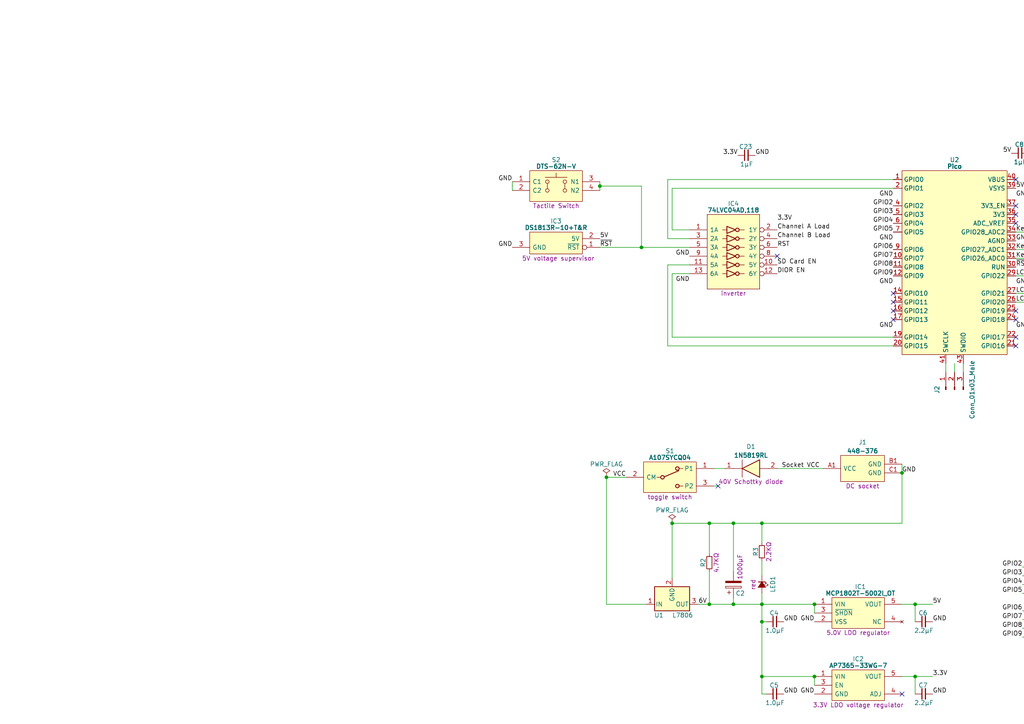
<source format=kicad_sch>
(kicad_sch (version 20230121) (generator eeschema)
  (paper "A4")
  (junction (at 425.45 214.63))
  (junction (at 265.43 175.26))
  (junction (at 554.99 204.47))
  (junction (at 511.81 50.165))
  (junction (at 508 65.405))
  (junction (at 424.18 217.17))
  (junction (at 515.62 151.765))
  (junction (at 561.975 224.79))
  (junction (at 186.055 71.755))
  (junction (at 535.94 204.47))
  (junction (at 236.22 175.26))
  (junction (at 438.15 201.93))
  (junction (at 435.61 207.01))
  (junction (at 175.895 138.43))
  (junction (at 545.465 229.87))
  (junction (at 220.98 151.765))
  (junction (at 265.43 196.215))
  (junction (at 311.785 164.465))
  (junction (at 598.17 189.865))
  (junction (at 545.465 204.47))
  (junction (at 304.165 179.705))
  (junction (at 236.22 196.215))
  (junction (at 422.91 219.71))
  (junction (at 309.245 229.235))
  (junction (at 554.99 229.87))
  (junction (at 301.625 244.475))
  (junction (at 304.165 239.395))
  (junction (at 448.31 189.23))
  (junction (at 457.2 191.77))
  (junction (at 309.245 169.545))
  (junction (at 370.205 159.385))
  (junction (at 535.94 229.87))
  (junction (at 457.2 184.785))
  (junction (at 310.515 226.695))
  (junction (at 591.185 222.25))
  (junction (at 436.88 204.47))
  (junction (at 212.725 151.765))
  (junction (at 310.515 167.005))
  (junction (at 526.415 204.47))
  (junction (at 426.72 212.09))
  (junction (at 342.265 80.01))
  (junction (at 305.435 177.165))
  (junction (at 173.99 53.975))
  (junction (at 261.62 137.16))
  (junction (at 307.975 231.775))
  (junction (at 302.895 182.245))
  (junction (at 205.74 175.26))
  (junction (at 368.935 219.075))
  (junction (at 506.73 67.945))
  (junction (at 205.74 151.765))
  (junction (at 220.98 196.215))
  (junction (at 510.54 52.705))
  (junction (at 220.98 175.26))
  (junction (at 526.415 229.87))
  (junction (at 307.975 172.085))
  (junction (at 194.945 151.765))
  (junction (at 301.625 184.785))
  (junction (at 509.27 55.245))
  (junction (at 220.98 180.34))
  (junction (at 311.785 224.155))
  (junction (at 434.34 209.55))
  (junction (at 302.895 241.935))
  (junction (at 305.435 236.855))
  (junction (at 340.995 85.09))
  (junction (at 212.725 175.26))
  (no_connect (at 376.555 50.8))
  (no_connect (at 376.555 66.04))
  (no_connect (at 294.64 62.23))
  (no_connect (at 294.64 59.69))
  (no_connect (at 294.64 52.07))
  (no_connect (at 294.64 64.77))
  (no_connect (at 427.99 22.225))
  (no_connect (at 425.45 22.225))
  (no_connect (at 425.45 -10.795))
  (no_connect (at 427.99 -10.795))
  (no_connect (at 422.91 -10.795))
  (no_connect (at 420.37 -10.795))
  (no_connect (at 412.75 -10.795))
  (no_connect (at 415.29 -10.795))
  (no_connect (at 417.83 -10.795))
  (no_connect (at 392.43 -10.795))
  (no_connect (at 394.97 -10.795))
  (no_connect (at 389.89 -10.795))
  (no_connect (at 397.51 -10.795))
  (no_connect (at 410.21 -10.795))
  (no_connect (at 407.67 -10.795))
  (no_connect (at 402.59 -10.795))
  (no_connect (at 405.13 -10.795))
  (no_connect (at 400.05 -10.795))
  (no_connect (at 376.555 53.34))
  (no_connect (at 294.64 90.17))
  (no_connect (at 294.64 92.71))
  (no_connect (at 376.555 45.72))
  (no_connect (at 476.25 70.485))
  (no_connect (at 476.25 57.785))
  (no_connect (at 349.885 133.985))
  (no_connect (at 618.49 212.725))
  (no_connect (at 618.49 217.805))
  (no_connect (at 294.64 100.33))
  (no_connect (at 294.64 97.79))
  (no_connect (at 591.185 184.785))
  (no_connect (at 519.43 70.485))
  (no_connect (at 376.555 55.88))
  (no_connect (at 259.08 85.09))
  (no_connect (at 259.08 87.63))
  (no_connect (at 259.08 90.17))
  (no_connect (at 259.08 92.71))
  (no_connect (at 261.62 201.295))
  (no_connect (at 225.425 74.295))
  (no_connect (at 208.28 140.97))
  (no_connect (at 519.43 47.625))
  (no_connect (at 509.905 161.925))
  (no_connect (at 509.905 159.385))
  (no_connect (at 349.885 141.605))
  (no_connect (at 376.555 48.26))
  (wire (pts (xy 409.575 199.39) (xy 436.88 199.39)))
  (wire (pts (xy 340.995 85.09) (xy 340.995 88.9)))
  (wire (pts (xy 175.895 138.43) (xy 181.61 138.43)))
  (wire (pts (xy 310.515 280.67) (xy 310.515 226.695)))
  (wire (pts (xy 434.34 194.31) (xy 434.34 209.55)))
  (wire (pts (xy 220.98 151.765) (xy 220.98 157.48)))
  (wire (pts (xy 351.79 161.925) (xy 349.885 161.925)))
  (wire (pts (xy 384.175 231.775) (xy 349.885 231.775)))
  (wire (pts (xy 360.68 256.54) (xy 384.175 256.54)))
  (wire (pts (xy 519.43 55.245) (xy 509.27 55.245)))
  (wire (pts (xy 331.47 57.15) (xy 330.2 57.15)))
  (wire (pts (xy 505.46 79.375) (xy 506.73 79.375)))
  (wire (pts (xy 359.41 182.245) (xy 359.41 199.39)))
  (wire (pts (xy 424.18 217.17) (xy 424.18 226.695)))
  (wire (pts (xy 476.25 65.405) (xy 508 65.405)))
  (wire (pts (xy 544.195 229.87) (xy 545.465 229.87)))
  (wire (pts (xy 510.54 102.235) (xy 510.54 52.705)))
  (wire (pts (xy 351.155 86.36) (xy 342.265 86.36)))
  (wire (pts (xy 360.68 179.705) (xy 360.68 196.85)))
  (wire (pts (xy 220.98 151.765) (xy 261.62 151.765)))
  (wire (pts (xy 368.935 219.075) (xy 368.935 248.92)))
  (wire (pts (xy 434.34 254) (xy 409.575 254)))
  (wire (pts (xy 548.64 229.87) (xy 545.465 229.87)))
  (wire (pts (xy 464.82 146.685) (xy 484.505 146.685)))
  (wire (pts (xy 515.62 137.795) (xy 478.79 137.795)))
  (wire (pts (xy 476.25 52.705) (xy 510.54 52.705)))
  (wire (pts (xy 349.885 182.245) (xy 359.41 182.245)))
  (wire (pts (xy 361.95 254) (xy 361.95 236.855)))
  (wire (pts (xy 424.18 167.005) (xy 424.18 217.17)))
  (wire (pts (xy 324.485 224.155) (xy 311.785 224.155)))
  (wire (pts (xy 376.555 99.06) (xy 397.51 99.06)))
  (wire (pts (xy 324.485 226.695) (xy 310.515 226.695)))
  (wire (pts (xy 261.62 137.16) (xy 261.62 151.765)))
  (wire (pts (xy 324.485 244.475) (xy 301.625 244.475)))
  (wire (pts (xy 389.89 22.225) (xy 389.89 23.495)))
  (wire (pts (xy 304.165 179.705) (xy 304.165 239.395)))
  (wire (pts (xy 545.465 229.87) (xy 545.465 233.045)))
  (wire (pts (xy 294.64 72.39) (xy 331.47 72.39)))
  (wire (pts (xy 265.43 196.215) (xy 270.51 196.215)))
  (wire (pts (xy 409.575 196.85) (xy 435.61 196.85)))
  (wire (pts (xy 508 86.995) (xy 508 65.405)))
  (wire (pts (xy 505.46 62.865) (xy 505.46 60.325)))
  (wire (pts (xy 220.98 175.26) (xy 236.22 175.26)))
  (wire (pts (xy 194.945 151.765) (xy 205.74 151.765)))
  (wire (pts (xy 302.895 182.245) (xy 296.545 182.245)))
  (wire (pts (xy 384.175 194.31) (xy 361.95 194.31)))
  (wire (pts (xy 424.18 217.17) (xy 468.63 217.17)))
  (wire (pts (xy 554.99 229.87) (xy 554.99 233.045)))
  (wire (pts (xy 358.14 184.785) (xy 358.14 201.93)))
  (wire (pts (xy 225.425 135.89) (xy 238.76 135.89)))
  (wire (pts (xy 591.185 227.33) (xy 593.09 227.33)))
  (wire (pts (xy 384.175 226.695) (xy 349.885 226.695)))
  (wire (pts (xy 376.555 86.36) (xy 410.21 86.36)))
  (wire (pts (xy 194.945 79.375) (xy 200.025 79.375)))
  (wire (pts (xy 376.555 91.44) (xy 405.13 91.44)))
  (wire (pts (xy 545.465 204.47) (xy 545.465 207.645)))
  (wire (pts (xy 509.27 55.245) (xy 509.27 94.615)))
  (wire (pts (xy 468.63 201.93) (xy 438.15 201.93)))
  (wire (pts (xy 305.435 177.165) (xy 296.545 177.165)))
  (wire (pts (xy 436.88 199.39) (xy 436.88 204.47)))
  (wire (pts (xy 205.74 151.765) (xy 205.74 160.655)))
  (wire (pts (xy 409.575 224.155) (xy 422.91 224.155)))
  (wire (pts (xy 259.08 54.61) (xy 194.945 54.61)))
  (wire (pts (xy 455.295 178.435) (xy 457.2 178.435)))
  (wire (pts (xy 349.885 136.525) (xy 349.885 137.795)))
  (wire (pts (xy 539.115 229.87) (xy 535.94 229.87)))
  (wire (pts (xy 400.05 96.52) (xy 376.555 96.52)))
  (wire (pts (xy 330.2 54.61) (xy 332.74 54.61)))
  (wire (pts (xy 415.29 22.225) (xy 415.29 81.28)))
  (wire (pts (xy 598.17 189.865) (xy 605.155 189.865)))
  (wire (pts (xy 409.575 172.085) (xy 426.72 172.085)))
  (wire (pts (xy 434.34 209.55) (xy 434.34 254)))
  (wire (pts (xy 236.22 196.215) (xy 236.22 198.755)))
  (wire (pts (xy 526.415 207.645) (xy 526.415 204.47)))
  (wire (pts (xy 468.63 212.09) (xy 426.72 212.09)))
  (wire (pts (xy 409.575 167.005) (xy 424.18 167.005)))
  (wire (pts (xy 598.17 200.66) (xy 598.17 197.485)))
  (wire (pts (xy 265.43 175.26) (xy 265.43 180.34)))
  (wire (pts (xy 301.625 298.45) (xy 301.625 244.475)))
  (wire (pts (xy 343.535 48.26) (xy 343.535 72.39)))
  (wire (pts (xy 220.98 196.215) (xy 236.22 196.215)))
  (wire (pts (xy 294.64 85.09) (xy 340.995 85.09)))
  (wire (pts (xy 324.485 285.75) (xy 307.975 285.75)))
  (wire (pts (xy 457.2 191.77) (xy 468.63 191.77)))
  (wire (pts (xy 509.905 151.765) (xy 515.62 151.765)))
  (wire (pts (xy 509.905 149.225) (xy 518.16 149.225)))
  (wire (pts (xy 342.265 50.8) (xy 342.265 80.01)))
  (wire (pts (xy 349.885 131.445) (xy 370.205 131.445)))
  (wire (pts (xy 220.98 196.215) (xy 220.98 201.295)))
  (wire (pts (xy 392.43 22.225) (xy 392.43 26.035)))
  (wire (pts (xy 438.15 201.93) (xy 438.15 261.62)))
  (wire (pts (xy 600.075 210.185) (xy 618.49 210.185)))
  (wire (pts (xy 311.785 164.465) (xy 311.785 224.155)))
  (wire (pts (xy 294.64 80.01) (xy 342.265 80.01)))
  (wire (pts (xy 276.86 107.95) (xy 276.86 105.41)))
  (wire (pts (xy 302.895 241.935) (xy 324.485 241.935)))
  (wire (pts (xy 186.055 71.755) (xy 200.025 71.755)))
  (wire (pts (xy 349.885 174.625) (xy 351.79 174.625)))
  (wire (pts (xy 422.91 164.465) (xy 422.91 219.71)))
  (wire (pts (xy 186.055 53.975) (xy 186.055 71.755)))
  (wire (pts (xy 302.895 182.245) (xy 302.895 241.935)))
  (wire (pts (xy 409.575 261.62) (xy 438.15 261.62)))
  (wire (pts (xy 553.72 229.87) (xy 554.99 229.87)))
  (wire (pts (xy 148.59 52.705) (xy 148.59 55.245)))
  (wire (pts (xy 457.2 178.435) (xy 457.2 184.785)))
  (wire (pts (xy 381.635 101.6) (xy 376.555 101.6)))
  (wire (pts (xy 332.74 74.93) (xy 294.64 74.93)))
  (wire (pts (xy 409.575 231.775) (xy 426.72 231.775)))
  (wire (pts (xy 324.485 229.235) (xy 309.245 229.235)))
  (wire (pts (xy 506.73 79.375) (xy 506.73 67.945)))
  (wire (pts (xy 539.115 204.47) (xy 535.94 204.47)))
  (wire (pts (xy 468.63 209.55) (xy 434.34 209.55)))
  (wire (pts (xy 535.94 204.47) (xy 535.94 207.645)))
  (wire (pts (xy 402.59 22.225) (xy 402.59 93.98)))
  (wire (pts (xy 494.03 204.47) (xy 514.985 204.47)))
  (wire (pts (xy 351.155 48.26) (xy 343.535 48.26)))
  (wire (pts (xy 476.25 50.165) (xy 511.81 50.165)))
  (wire (pts (xy 553.72 204.47) (xy 554.99 204.47)))
  (wire (pts (xy 309.245 169.545) (xy 309.245 229.235)))
  (wire (pts (xy 360.68 196.85) (xy 384.175 196.85)))
  (wire (pts (xy 349.885 179.705) (xy 360.68 179.705)))
  (wire (pts (xy 618.49 215.265) (xy 617.22 215.265)))
  (wire (pts (xy 554.99 229.87) (xy 565.785 229.87)))
  (wire (pts (xy 324.485 130.175) (xy 324.485 131.445)))
  (wire (pts (xy 324.485 182.245) (xy 302.895 182.245)))
  (wire (pts (xy 561.975 224.79) (xy 561.975 215.9)))
  (wire (pts (xy 600.075 215.9) (xy 617.22 215.9)))
  (wire (pts (xy 173.99 52.705) (xy 173.99 53.975)))
  (wire (pts (xy 324.485 164.465) (xy 311.785 164.465)))
  (wire (pts (xy 324.485 169.545) (xy 309.245 169.545)))
  (wire (pts (xy 261.62 196.215) (xy 265.43 196.215)))
  (wire (pts (xy 448.31 189.23) (xy 448.31 191.77)))
  (wire (pts (xy 259.08 100.33) (xy 193.675 100.33)))
  (wire (pts (xy 511.81 109.855) (xy 505.46 109.855)))
  (wire (pts (xy 331.47 72.39) (xy 331.47 57.15)))
  (wire (pts (xy 368.935 139.065) (xy 368.935 219.075)))
  (wire (pts (xy 519.43 67.945) (xy 506.73 67.945)))
  (wire (pts (xy 591.185 210.185) (xy 591.185 222.25)))
  (wire (pts (xy 309.88 57.15) (xy 314.96 57.15)))
  (wire (pts (xy 515.62 151.765) (xy 515.62 137.795)))
  (wire (pts (xy 349.885 139.065) (xy 368.935 139.065)))
  (wire (pts (xy 304.165 179.705) (xy 296.545 179.705)))
  (wire (pts (xy 294.64 67.31) (xy 309.88 67.31)))
  (wire (pts (xy 405.13 22.225) (xy 405.13 91.44)))
  (wire (pts (xy 279.4 107.95) (xy 279.4 105.41)))
  (wire (pts (xy 220.98 180.34) (xy 220.98 196.215)))
  (wire (pts (xy 384.175 169.545) (xy 349.885 169.545)))
  (wire (pts (xy 561.975 224.79) (xy 561.975 227.33)))
  (wire (pts (xy 193.675 100.33) (xy 193.675 76.835)))
  (wire (pts (xy 400.05 22.225) (xy 400.05 96.52)))
  (wire (pts (xy 409.575 229.235) (xy 425.45 229.235)))
  (wire (pts (xy 310.515 167.005) (xy 310.515 226.695)))
  (wire (pts (xy 324.485 290.83) (xy 305.435 290.83)))
  (wire (pts (xy 307.975 285.75) (xy 307.975 231.775)))
  (wire (pts (xy 207.01 135.89) (xy 210.185 135.89)))
  (wire (pts (xy 370.205 131.445) (xy 370.205 159.385)))
  (wire (pts (xy 426.72 212.09) (xy 426.72 231.775)))
  (wire (pts (xy 304.165 293.37) (xy 304.165 239.395)))
  (wire (pts (xy 305.435 177.165) (xy 305.435 236.855)))
  (wire (pts (xy 324.485 172.085) (xy 307.975 172.085)))
  (wire (pts (xy 358.14 201.93) (xy 384.175 201.93)))
  (wire (pts (xy 193.675 52.07) (xy 259.08 52.07)))
  (wire (pts (xy 448.31 191.77) (xy 450.215 191.77)))
  (wire (pts (xy 358.14 261.62) (xy 384.175 261.62)))
  (wire (pts (xy 417.83 22.225) (xy 417.83 63.5)))
  (wire (pts (xy 544.195 204.47) (xy 545.465 204.47)))
  (wire (pts (xy 349.885 234.315) (xy 351.79 234.315)))
  (wire (pts (xy 194.945 66.675) (xy 200.025 66.675)))
  (wire (pts (xy 194.945 151.765) (xy 194.945 167.64)))
  (wire (pts (xy 435.61 207.01) (xy 435.61 256.54)))
  (wire (pts (xy 457.2 191.77) (xy 457.2 184.785)))
  (wire (pts (xy 220.98 172.085) (xy 220.98 175.26)))
  (wire (pts (xy 324.485 184.785) (xy 301.625 184.785)))
  (wire (pts (xy 561.975 227.33) (xy 565.785 227.33)))
  (wire (pts (xy 324.485 278.13) (xy 311.785 278.13)))
  (wire (pts (xy 384.175 159.385) (xy 370.205 159.385)))
  (wire (pts (xy 409.575 201.93) (xy 438.15 201.93)))
  (wire (pts (xy 193.675 69.215) (xy 200.025 69.215)))
  (wire (pts (xy 468.63 219.71) (xy 422.91 219.71)))
  (wire (pts (xy 519.43 52.705) (xy 510.54 52.705)))
  (wire (pts (xy 261.62 134.62) (xy 261.62 137.16)))
  (wire (pts (xy 349.885 130.175) (xy 324.485 130.175)))
  (wire (pts (xy 591.185 222.25) (xy 591.185 224.79)))
  (wire (pts (xy 324.485 293.37) (xy 304.165 293.37)))
  (wire (pts (xy 368.935 219.075) (xy 384.175 219.075)))
  (wire (pts (xy 360.68 239.395) (xy 360.68 256.54)))
  (wire (pts (xy 593.09 204.47) (xy 593.09 227.33)))
  (wire (pts (xy 409.575 256.54) (xy 435.61 256.54)))
  (wire (pts (xy 349.885 128.905) (xy 349.885 130.175)))
  (wire (pts (xy 324.485 283.21) (xy 309.245 283.21)))
  (wire (pts (xy 384.175 254) (xy 361.95 254)))
  (wire (pts (xy 425.45 214.63) (xy 425.45 229.235)))
  (wire (pts (xy 205.74 151.765) (xy 212.725 151.765)))
  (wire (pts (xy 409.575 194.31) (xy 434.34 194.31)))
  (wire (pts (xy 342.265 80.01) (xy 342.265 86.36)))
  (wire (pts (xy 320.04 62.23) (xy 322.58 62.23)))
  (wire (pts (xy 220.98 162.56) (xy 220.98 167.005)))
  (wire (pts (xy 561.975 224.79) (xy 565.785 224.79)))
  (wire (pts (xy 358.14 244.475) (xy 358.14 261.62)))
  (wire (pts (xy 343.535 72.39) (xy 381.635 72.39)))
  (wire (pts (xy 205.74 165.735) (xy 205.74 175.26)))
  (wire (pts (xy 561.975 215.9) (xy 594.995 215.9)))
  (wire (pts (xy 535.94 229.87) (xy 535.94 233.045)))
  (wire (pts (xy 392.43 26.035) (xy 388.62 26.035)))
  (wire (pts (xy 410.21 22.225) (xy 410.21 86.36)))
  (wire (pts (xy 591.185 210.185) (xy 594.995 210.185)))
  (wire (pts (xy 194.945 97.79) (xy 194.945 79.375)))
  (wire (pts (xy 349.885 184.785) (xy 358.14 184.785)))
  (wire (pts (xy 522.605 204.47) (xy 526.415 204.47)))
  (wire (pts (xy 476.25 62.865) (xy 505.46 62.865)))
  (wire (pts (xy 294.64 87.63) (xy 343.535 87.63)))
  (wire (pts (xy 324.485 239.395) (xy 304.165 239.395)))
  (wire (pts (xy 478.79 137.795) (xy 478.79 151.765)))
  (wire (pts (xy 510.54 102.235) (xy 505.46 102.235)))
  (wire (pts (xy 301.625 184.785) (xy 301.625 244.475)))
  (wire (pts (xy 591.185 189.865) (xy 598.17 189.865)))
  (wire (pts (xy 359.41 241.935) (xy 359.41 259.08)))
  (wire (pts (xy 513.715 229.87) (xy 513.715 207.01)))
  (wire (pts (xy 351.155 50.8) (xy 342.265 50.8)))
  (wire (pts (xy 359.41 199.39) (xy 384.175 199.39)))
  (wire (pts (xy 324.485 179.705) (xy 304.165 179.705)))
  (wire (pts (xy 402.59 93.98) (xy 376.555 93.98)))
  (wire (pts (xy 301.625 184.785) (xy 296.545 184.785)))
  (wire (pts (xy 324.485 236.855) (xy 305.435 236.855)))
  (wire (pts (xy 324.485 280.67) (xy 310.515 280.67)))
  (wire (pts (xy 173.99 53.975) (xy 186.055 53.975)))
  (wire (pts (xy 351.155 53.34) (xy 340.995 53.34)))
  (wire (pts (xy 435.61 196.85) (xy 435.61 207.01)))
  (wire (pts (xy 426.72 172.085) (xy 426.72 212.09)))
  (wire (pts (xy 478.79 151.765) (xy 484.505 151.765)))
  (wire (pts (xy 420.37 22.225) (xy 420.37 60.96)))
  (wire (pts (xy 519.43 60.325) (xy 505.46 60.325)))
  (wire (pts (xy 212.725 151.765) (xy 220.98 151.765)))
  (wire (pts (xy 220.98 180.34) (xy 222.25 180.34)))
  (wire (pts (xy 519.43 65.405) (xy 508 65.405)))
  (wire (pts (xy 340.995 53.34) (xy 340.995 85.09)))
  (wire (pts (xy 617.22 215.265) (xy 617.22 215.9)))
  (wire (pts (xy 554.99 204.47) (xy 554.99 207.645)))
  (wire (pts (xy 508 86.995) (xy 505.46 86.995)))
  (wire (pts (xy 361.95 177.165) (xy 349.885 177.165)))
  (wire (pts (xy 173.99 71.755) (xy 186.055 71.755)))
  (wire (pts (xy 351.155 88.9) (xy 340.995 88.9)))
  (wire (pts (xy 175.895 175.26) (xy 187.325 175.26)))
  (wire (pts (xy 513.715 229.87) (xy 514.985 229.87)))
  (wire (pts (xy 534.67 229.87) (xy 535.94 229.87)))
  (wire (pts (xy 548.64 204.47) (xy 545.465 204.47)))
  (wire (pts (xy 384.175 167.005) (xy 349.885 167.005)))
  (wire (pts (xy 361.95 194.31) (xy 361.95 177.165)))
  (wire (pts (xy 359.41 259.08) (xy 384.175 259.08)))
  (wire (pts (xy 494.03 207.01) (xy 513.715 207.01)))
  (wire (pts (xy 384.175 224.155) (xy 349.885 224.155)))
  (wire (pts (xy 307.975 172.085) (xy 296.545 172.085)))
  (wire (pts (xy 324.485 137.795) (xy 324.485 139.065)))
  (wire (pts (xy 261.62 175.26) (xy 265.43 175.26)))
  (wire (pts (xy 389.89 23.495) (xy 388.62 23.495)))
  (wire (pts (xy 309.88 67.31) (xy 309.88 57.15)))
  (wire (pts (xy 376.555 60.96) (xy 420.37 60.96)))
  (wire (pts (xy 212.725 175.26) (xy 220.98 175.26)))
  (wire (pts (xy 559.435 182.245) (xy 553.72 182.245)))
  (wire (pts (xy 534.67 204.47) (xy 535.94 204.47)))
  (wire (pts (xy 194.945 54.61) (xy 194.945 66.675)))
  (wire (pts (xy 376.555 83.82) (xy 412.75 83.82)))
  (wire (pts (xy 311.785 278.13) (xy 311.785 224.155)))
  (wire (pts (xy 376.555 58.42) (xy 422.91 58.42)))
  (wire (pts (xy 436.88 204.47) (xy 436.88 259.08)))
  (wire (pts (xy 332.74 54.61) (xy 332.74 74.93)))
  (wire (pts (xy 307.975 172.085) (xy 307.975 231.775)))
  (wire (pts (xy 448.31 184.785) (xy 448.31 189.23)))
  (wire (pts (xy 384.175 164.465) (xy 349.885 164.465)))
  (wire (pts (xy 446.405 189.23) (xy 448.31 189.23)))
  (wire (pts (xy 236.22 177.8) (xy 236.22 175.26)))
  (wire (pts (xy 455.295 191.77) (xy 457.2 191.77)))
  (wire (pts (xy 381.635 72.39) (xy 381.635 101.6)))
  (wire (pts (xy 409.575 169.545) (xy 425.45 169.545)))
  (wire (pts (xy 376.555 88.9) (xy 407.67 88.9)))
  (wire (pts (xy 302.895 241.935) (xy 302.895 295.91)))
  (wire (pts (xy 309.245 283.21) (xy 309.245 229.235)))
  (wire (pts (xy 349.885 137.795) (xy 324.485 137.795)))
  (wire (pts (xy 212.725 175.26) (xy 205.74 175.26)))
  (wire (pts (xy 553.72 189.865) (xy 565.785 189.865)))
  (wire (pts (xy 259.08 97.79) (xy 194.945 97.79)))
  (wire (pts (xy 446.405 178.435) (xy 450.215 178.435)))
  (wire (pts (xy 265.43 175.26) (xy 270.51 175.26)))
  (wire (pts (xy 193.675 52.07) (xy 193.675 69.215)))
  (wire (pts (xy 436.88 204.47) (xy 468.63 204.47)))
  (wire (pts (xy 384.175 229.235) (xy 349.885 229.235)))
  (wire (pts (xy 343.535 83.82) (xy 343.535 87.63)))
  (wire (pts (xy 265.43 201.295) (xy 265.43 196.215)))
  (wire (pts (xy 448.31 184.785) (xy 450.215 184.785)))
  (wire (pts (xy 422.91 22.225) (xy 422.91 58.42)))
  (wire (pts (xy 559.435 184.785) (xy 559.435 182.245)))
  (wire (pts (xy 384.175 172.085) (xy 349.885 172.085)))
  (wire (pts (xy 529.59 229.87) (xy 526.415 229.87)))
  (wire (pts (xy 376.555 81.28) (xy 415.29 81.28)))
  (wire (pts (xy 349.885 241.935) (xy 359.41 241.935)))
  (wire (pts (xy 207.01 140.97) (xy 208.28 140.97)))
  (wire (pts (xy 511.81 50.165) (xy 511.81 109.855)))
  (wire (pts (xy 212.725 151.765) (xy 212.725 165.735)))
  (wire (pts (xy 522.605 229.87) (xy 526.415 229.87)))
  (wire (pts (xy 600.075 200.66) (xy 598.17 200.66)))
  (wire (pts (xy 529.59 204.47) (xy 526.415 204.47)))
  (wire (pts (xy 633.095 224.79) (xy 632.46 224.79)))
  (wire (pts (xy 407.67 22.225) (xy 407.67 88.9)))
  (wire (pts (xy 212.725 175.26) (xy 212.725 173.355)))
  (wire (pts (xy 376.555 28.575) (xy 394.97 28.575)))
  (wire (pts (xy 468.63 214.63) (xy 425.45 214.63)))
  (wire (pts (xy 435.61 207.01) (xy 468.63 207.01)))
  (wire (pts (xy 476.25 55.245) (xy 509.27 55.245)))
  (wire (pts (xy 305.435 290.83) (xy 305.435 236.855)))
  (wire (pts (xy 505.46 94.615) (xy 509.27 94.615)))
  (wire (pts (xy 220.98 201.295) (xy 222.25 201.295)))
  (wire (pts (xy 397.51 22.225) (xy 397.51 99.06)))
  (wire (pts (xy 349.885 244.475) (xy 358.14 244.475)))
  (wire (pts (xy 351.155 83.82) (xy 343.535 83.82)))
  (wire (pts (xy 515.62 151.765) (xy 518.16 151.765)))
  (wire (pts (xy 175.895 138.43) (xy 175.895 175.26)))
  (wire (pts (xy 526.415 233.045) (xy 526.415 229.87)))
  (wire (pts (xy 394.97 22.225) (xy 394.97 28.575)))
  (wire (pts (xy 361.95 236.855) (xy 349.885 236.855)))
  (wire (pts (xy 455.295 184.785) (xy 457.2 184.785)))
  (wire (pts (xy 368.935 248.92) (xy 384.175 248.92)))
  (wire (pts (xy 324.485 298.45) (xy 301.625 298.45)))
  (wire (pts (xy 193.675 76.835) (xy 200.025 76.835)))
  (wire (pts (xy 554.99 204.47) (xy 593.09 204.47)))
  (wire (pts (xy 310.515 167.005) (xy 296.545 167.005)))
  (wire (pts (xy 173.99 53.975) (xy 173.99 55.245)))
  (wire (pts (xy 202.565 175.26) (xy 205.74 175.26)))
  (wire (pts (xy 324.485 167.005) (xy 310.515 167.005)))
  (wire (pts (xy 370.205 159.385) (xy 370.205 189.23)))
  (wire (pts (xy 309.245 169.545) (xy 296.545 169.545)))
  (wire (pts (xy 351.79 221.615) (xy 349.885 221.615)))
  (wire (pts (xy 425.45 169.545) (xy 425.45 214.63)))
  (wire (pts (xy 220.98 175.26) (xy 220.98 180.34)))
  (wire (pts (xy 274.32 107.95) (xy 274.32 105.41)))
  (wire (pts (xy 302.895 295.91) (xy 324.485 295.91)))
  (wire (pts (xy 422.91 219.71) (xy 422.91 224.155)))
  (wire (pts (xy 409.575 164.465) (xy 422.91 164.465)))
  (wire (pts (xy 409.575 226.695) (xy 424.18 226.695)))
  (wire (pts (xy 519.43 50.165) (xy 511.81 50.165)))
  (wire (pts (xy 324.485 177.165) (xy 305.435 177.165)))
  (wire (pts (xy 311.785 164.465) (xy 296.545 164.465)))
  (wire (pts (xy 436.88 259.08) (xy 409.575 259.08)))
  (wire (pts (xy 370.205 189.23) (xy 384.175 189.23)))
  (wire (pts (xy 376.555 63.5) (xy 417.83 63.5)))
  (wire (pts (xy 412.75 22.225) (xy 412.75 83.82)))
  (wire (pts (xy 324.485 231.775) (xy 307.975 231.775)))
  (wire (pts (xy 349.885 239.395) (xy 360.68 239.395)))
  (wire (pts (xy 476.25 67.945) (xy 506.73 67.945)))
  (wire (pts (xy 565.785 184.785) (xy 559.435 184.785)))
  (text "Brown" (at 304.8 54.61 0) (effects (font (size 1.27 1.27)) (justify right bottom)))
  (text "Grey" (at 314.96 62.23 0) (effects (font (size 1.27 1.27)) (justify right bottom)))
  (text "Yellow" (at 330.2 54.61 0) (effects (font (size 1.27 1.27)) (justify left bottom)))
  (text "White" (at 330.2 57.15 0) (effects (font (size 1.27 1.27)) (justify left bottom)))
  (text "Green" (at 314.96 57.15 0) (effects (font (size 1.27 1.27)) (justify right bottom)))
  (label "GPIO4" (at 259.08 64.77 180))
  (label "5V" (at 591.185 182.245 0))
  (label "GPIO2" (at 450.85 65.405 180))
  (label "GND" (at 219.075 45.085 0))
  (label "GPIO2" (at 296.545 164.465 180))
  (label "~{16KHz CLK}" (at 384.175 184.15 180))
  (label "SD Dat0" (at 478.155 65.405 0))
  (label "GND" (at 391.795 42.545 0))
  (label "5V" (at 372.11 297.815 180))
  (label "3.3V" (at 213.995 45.085 180))
  (label "5V" (at 388.62 26.035 180))
  (label "Channel B Load" (at 351.79 234.315 0))
  (label "LCD RS" (at 384.175 99.06 0))
  (label "Keypad Q_{IN}" (at 294.64 67.31 0))
  (label "LCD Store Clock" (at 294.64 85.09 0))
  (label "DIR1" (at 409.575 159.385 0))
  (label "GND" (at 384.175 174.625 180))
  (label "GPIO6" (at 296.545 177.165 180))
  (label "5V" (at 372.11 281.305 180))
  (label "GND" (at 484.505 161.925 180))
  (label "~{16KHz CLK}" (at 384.175 154.305 180))
  (label "GND" (at 351.155 27.305 180))
  (label "GND" (at 436.88 146.685 180))
  (label "GND" (at 525.78 179.705 0))
  (label "LCD DB0" (at 384.175 91.44 0))
  (label "Socket VCC" (at 226.695 135.89 0))
  (label "DIR3" (at 409.575 219.075 0))
  (label "GND" (at 632.46 224.79 270))
  (label "GND" (at 259.08 95.25 180))
  (label "-5V" (at 605.155 189.865 0))
  (label "GND" (at 468.63 194.31 180))
  (label "GPIO5" (at 450.85 52.705 180))
  (label "DOR2" (at 349.885 293.37 0))
  (label "5V" (at 377.19 -6.985 180))
  (label "3.3V" (at 500.38 102.235 180))
  (label "Channel B Load" (at 225.425 69.215 0))
  (label "Line Out Right" (at 601.98 215.9 0))
  (label "5V" (at 470.535 32.385 180))
  (label "3.3V" (at 464.82 144.145 0))
  (label "GND" (at 324.485 144.145 180))
  (label "GND" (at 377.19 281.305 0))
  (label "RST" (at 384.175 186.69 180))
  (label "SD Dat2" (at 478.155 50.165 0))
  (label "~{16KHz CLK}" (at 468.63 196.85 180))
  (label "GND" (at 384.175 264.16 180))
  (label "16KHz CLK" (at 384.175 213.995 180))
  (label "DIR4" (at 409.575 248.92 0))
  (label "RST" (at 384.175 246.38 180))
  (label "GND" (at 298.45 44.45 0))
  (label "GND" (at 388.62 23.495 180))
  (label "GPIO8" (at 296.545 182.245 180))
  (label "GND" (at 391.795 72.39 0))
  (label "DOR4" (at 409.575 251.46 0))
  (label "GPIO9" (at 296.545 184.785 180))
  (label "LCD Bit Out" (at 294.64 87.63 0))
  (label "GND" (at 535.94 212.725 270))
  (label "16KHz CLK" (at 518.16 149.225 0))
  (label "5V" (at 376.555 43.18 0))
  (label "DIR2" (at 409.575 189.23 0))
  (label "GND" (at 259.08 69.85 180))
  (label "16KHz CLK" (at 384.175 243.84 180))
  (label "GND" (at 261.62 137.16 0))
  (label "SD Card EN" (at 476.25 60.325 0))
  (label "RST" (at 225.425 71.755 0))
  (label "5V" (at 446.405 178.435 180))
  (label "3.3V" (at 225.425 64.135 0))
  (label "GND" (at 377.19 289.56 0))
  (label "GND" (at 484.505 156.845 180))
  (label "GND" (at 349.885 247.015 0))
  (label "DIR1" (at 349.885 278.13 0))
  (label "Q7S" (at 376.555 101.6 0))
  (label "DOR3" (at 409.575 221.615 0))
  (label "GND" (at 259.08 57.15 180))
  (label "5V" (at 294.64 54.61 0))
  (label "GND" (at 227.33 201.295 0))
  (label "LCD Shift Clock" (at 294.64 80.01 0))
  (label "~{16KHz CLK}" (at 384.175 221.615 180))
  (label "~{16KHz CLK}" (at 518.16 151.765 0))
  (label "GND" (at 349.885 300.99 0))
  (label "GPIO5" (at 259.08 67.31 180))
  (label "GND" (at 468.63 221.615 180))
  (label "32KHz CLK" (at 465.455 146.685 0))
  (label "GND" (at 351.155 101.6 180))
  (label "~{16KHz CLK}" (at 384.175 191.77 180))
  (label "5V" (at 450.85 47.625 180))
  (label "GND" (at 382.27 -6.985 0))
  (label "Channel B Load" (at 324.485 136.525 180))
  (label "GND" (at 519.43 62.865 180))
  (label "SD Card EN" (at 225.425 76.835 0))
  (label "DOR3" (at 349.885 295.91 0))
  (label "~{RST}" (at 294.64 77.47 0))
  (label "SD Dat1" (at 478.155 67.945 0))
  (label "GND" (at 565.785 187.325 180))
  (label "DOR1" (at 349.885 290.83 0))
  (label "GPIO3" (at 296.545 167.005 180))
  (label "Keypad CP" (at 294.64 72.39 0))
  (label "5V" (at 351.155 29.845 180))
  (label "5V" (at 376.555 78.74 0))
  (label "Channel B Load" (at 351.79 221.615 0))
  (label "GND" (at 422.275 285.75 0))
  (label "~{RST}" (at 484.505 154.305 180))
  (label "3.3V" (at 500.38 86.995 180))
  (label "DIR2" (at 349.885 280.67 0))
  (label "GPIO7" (at 259.08 74.93 180))
  (label "-5V" (at 591.185 229.87 0))
  (label "V_{0}" (at 376.555 28.575 0))
  (label "DOR1" (at 409.575 161.925 0))
  (label "5V" (at 173.99 69.215 0))
  (label "Channel A Load" (at 324.485 128.905 180))
  (label "LCD DB3" (at 384.175 83.82 0))
  (label "GND" (at 476.25 73.025 0))
  (label "5V" (at 324.485 275.59 180))
  (label "GND" (at 294.64 95.25 0))
  (label "Channel A Load" (at 351.79 174.625 0))
  (label "GPIO3" (at 450.85 67.945 180))
  (label "DIOR EN" (at 349.885 275.59 0))
  (label "5V" (at 409.575 213.995 0))
  (label "GND" (at 545.465 238.125 270))
  (label "~{16KHz CLK}" (at 384.175 251.46 180))
  (label "GND" (at 148.59 71.755 180))
  (label "3.3V" (at 500.38 79.375 180))
  (label "GPIO5" (at 296.545 172.085 180))
  (label "3.3V" (at 455.93 129.54 180))
  (label "GND" (at 545.465 212.725 270))
  (label "GND" (at 446.405 189.23 180))
  (label "GND" (at 526.415 212.725 270))
  (label "GND" (at 294.64 57.15 0))
  (label "5V" (at 494.03 191.77 0))
  (label "GPIO2" (at 259.08 59.69 180))
  (label "LCD DB4" (at 384.175 81.28 0))
  (label "GND" (at 384.175 234.315 180))
  (label "GPIO6" (at 450.85 62.865 180))
  (label "GND" (at 450.85 70.485 180))
  (label "GND" (at 351.155 43.18 180))
  (label "GND" (at 600.075 200.66 0))
  (label "GND" (at 484.505 164.465 180))
  (label "GND" (at 351.155 78.74 180))
  (label "3.3V" (at 484.505 149.225 180))
  (label "3.3V" (at 500.38 94.615 180))
  (label "DIOR EN" (at 225.425 79.375 0))
  (label "5V" (at 417.195 285.75 180))
  (label "5V" (at 324.485 221.615 180))
  (label "GND" (at 270.51 201.295 0))
  (label "DOR4" (at 349.885 298.45 0))
  (label "GND" (at 508 129.54 0))
  (label "GND" (at 384.175 204.47 180))
  (label "GND" (at 526.415 238.125 270))
  (label "GND" (at 324.485 133.985 180))
  (label "5V" (at 409.575 184.15 0))
  (label "SD Cmd" (at 478.155 55.245 0))
  (label "5V" (at 314.96 54.61 180))
  (label "GND" (at 349.885 187.325 0))
  (label "LCD DB1" (at 384.175 88.9 0))
  (label "5V" (at 565.785 222.25 180))
  (label "SD Dat3" (at 478.155 52.705 0))
  (label "DIR3" (at 349.885 283.21 0))
  (label "RST" (at 384.175 156.845 180))
  (label "5V" (at 372.11 289.56 180))
  (label "Line Out Left" (at 601.98 210.185 0))
  (label "LCD DB7" (at 384.175 58.42 0))
  (label "LCD DB5" (at 384.175 63.5 0))
  (label "5V" (at 351.155 81.28 180))
  (label "Channel A Load" (at 225.425 66.675 0))
  (label "GND" (at 535.94 238.125 270))
  (label "RST" (at 384.175 216.535 180))
  (label "GND" (at 367.03 126.365 0))
  (label "5V" (at 417.195 277.495 180))
  (label "3.3V" (at 519.43 57.785 180))
  (label "GND" (at 259.08 82.55 180))
  (label "GND" (at 351.155 66.04 180))
  (label "GPIO7" (at 296.545 179.705 180))
  (label "DIR4" (at 349.885 285.75 0))
  (label "GND" (at 554.99 212.725 270))
  (label "5V" (at 520.7 179.705 180))
  (label "6V" (at 202.565 175.26 0))
  (label "5V" (at 386.715 72.39 180))
  (label "GPIO8" (at 259.08 77.47 180))
  (label "3.3V" (at 500.38 109.855 180))
  (label "~{16KHz CLK}" (at 384.175 161.925 180))
  (label "3.3V" (at 484.505 159.385 180))
  (label "SD Card EN" (at 476.25 47.625 0))
  (label "5V" (at 386.715 42.545 180))
  (label "DOR2" (at 409.575 191.77 0))
  (label "5V" (at 409.575 154.305 0))
  (label "GPIO7" (at 450.85 55.245 180))
  (label "GND" (at 461.01 129.54 0))
  (label "LCD E" (at 384.175 93.98 0))
  (label "5V" (at 324.485 161.925 180))
  (label "GND" (at 422.275 302.895 0))
  (label "GND" (at 377.19 297.815 0))
  (label "GND" (at 324.485 141.605 180))
  (label "GPIO6" (at 259.08 72.39 180))
  (label "GND" (at 236.22 180.34 180))
  (label "LCD DB2" (at 384.175 86.36 0))
  (label "GND" (at 554.99 238.125 270))
  (label "3.3V" (at 502.92 129.54 180))
  (label "GPIO9" (at 259.08 80.01 180))
  (label "GND" (at 320.04 62.23 180))
  (label "GND" (at 450.85 57.785 180))
  (label "5V" (at 293.37 44.45 180))
  (label "3.3V" (at 270.51 196.215 0))
  (label "GND" (at 227.33 180.34 0))
  (label "DIOR EN" (at 349.885 288.29 0))
  (label "~{RST}" (at 173.99 71.755 0))
  (label "5V" (at 417.195 294.005 180))
  (label "Channel A Load" (at 351.79 161.925 0))
  (label "LCD R~{W}" (at 384.175 96.52 0))
  (label "5V" (at 417.195 302.895 180))
  (label "5V" (at 409.575 243.84 0))
  (label "3.3V" (at 349.885 126.365 0))
  (label "GPIO4" (at 296.545 169.545 180))
  (label "GND" (at 200.025 81.915 180))
  (label "GND" (at 484.505 167.005 180))
  (label "GND" (at 591.185 187.325 0))
  (label "GND" (at 294.64 69.85 0))
  (label "GND" (at 294.64 82.55 0))
  (label "VCC" (at 181.61 138.43 180))
  (label "3.3V" (at 361.95 126.365 180))
  (label "GND" (at 236.22 201.295 180))
  (label "5V" (at 270.51 175.26 0))
  (label "GND" (at 475.615 32.385 0))
  (label "LCD DB6" (at 384.175 60.96 0))
  (label "GND" (at 422.275 277.495 0))
  (label "SD Clk" (at 476.25 62.865 0))
  (label "GND" (at 200.025 74.295 180))
  (label "5V" (at 351.155 45.72 180))
  (label "Keypad PL" (at 294.64 74.93 0))
  (label "GND" (at 270.51 180.34 0))
  (label "32KHz CLK" (at 468.63 199.39 180))
  (label "GND" (at 148.59 52.705 180))
  (label "GND" (at 422.275 294.005 0))
  (label "GPIO3" (at 259.08 62.23 180))
  (label "GPIO4" (at 450.85 50.165 180))
  (label "3.3V" (at 509.905 146.685 0))
  (symbol (lib_name "C_0805_17") (lib_id "HCP65:C_0805") (at 293.37 44.45 0) (unit 1)
    (property "Reference" "C8" (at 295.656 41.91 0))
    (property "Value" "1μF" (at 295.91 46.99 0))
    (property "Footprint" "SamacSys_Parts:C_0805" (effects hide))
  )
  (symbol (lib_name "C_0805_5") (lib_id "HCP65:C_0805") (at 450.215 191.77 0) (unit 1)
    (property "Reference" "C12" (at 452.501 189.23 0))
    (property "Value" "0.1μF" (at 452.755 194.31 0))
    (property "Footprint" "SamacSys_Parts:C_0805" (effects hide))
  )
  (symbol (lib_id "RS_Components:491-087") (at 314.96 54.61 0) (unit 1)
    (property "Reference" "J3" (at 322.58 46.355 0))
    (property "Value" "491-087" (at 322.58 48.26 0) (effects (font bold)))
    (property "Footprint" "491087" (effects hide))
    (property "Description" "5 Pin Din Socket" (at 322.58 63.754 0))
    (property "Height" "19.6" (effects hide))
    (property "Manufacturer_Name" "RS Components" (effects hide))
    (property "Manufacturer_Part_Number" "491-087" (effects hide))
  )
  (symbol (lib_id "HCP65:R_0805") (at 505.46 79.375 0) (mirror y) (unit 1)
    (property "Reference" "R7" (at 502.92 77.597 0))
    (property "Value" "R_0805" (effects hide))
    (property "Footprint" "SamacSys_Parts:R_0805" (effects hide))
    (property "Description" "33KΩ" (at 502.92 81.407 0))
  )
  (symbol (lib_id "Diodes_Inc:AS358AMTR-G1") (at 591.185 222.25 0) (mirror y) (unit 1)
    (property "Reference" "IC19" (at 578.485 217.17 0))
    (property "Value" "AS358AMTR-G1" (at 578.485 219.075 0) (effects (font bold)))
    (property "Footprint" "SamacSys_Parts:SOIC127P600X175-8N" (effects hide))
    (property "Description" "Dual Op-Amp" (at 578.485 231.775 0) (effects (justify top)))
    (property "Height" "1.75" (effects hide))
    (property "Manufacturer_Name" "Diodes Inc." (effects hide))
    (property "Manufacturer_Part_Number" "AS358AMTR-G1" (effects hide))
    (property "Mouser Part Number" "621-AS358AMTR-G1" (effects hide))
    (property "Mouser Price/Stock" "https://www.mouser.co.uk/ProductDetail/Diodes-Incorporated/AS358AMTR-G1?qs=FKu9oBikfSnwK81wQRvcDw%3D%3D" (effects hide))
    (property "Arrow Part Number" "AS358AMTR-G1" (effects hide))
    (property "Arrow Price/Stock" "https://www.arrow.com/en/products/as358amtr-g1/diodes-incorporated" (effects hide))
    (property "Silkscreen" "AS358" (effects hide))
  )
  (symbol (lib_id "HCP65:C_0805") (at 372.11 281.305 0) (unit 1)
    (property "Reference" "C24" (at 374.396 278.765 0))
    (property "Value" "C_0805" (effects hide))
    (property "Footprint" "SamacSys_Parts:C_0805" (effects hide))
    (property "Description" "1μF" (at 374.65 283.845 0))
  )
  (symbol (lib_id "Texas_Instruments:CD74HCT40105M") (at 384.175 243.84 0) (unit 1)
    (property "Reference" "IC14" (at 396.875 238.125 0))
    (property "Value" "CD74HCT40105M" (at 396.875 240.665 0) (effects (font bold)))
    (property "Footprint" "SOIC127P600X175-16N" (effects hide))
    (property "Datasheet" "http://www.ti.com/lit/gpn/CD74HCT40105" (effects hide))
    (property "Description" "4bit by 16 FIFO" (at 396.875 267.335 0))
    (property "Height" "1.75" (effects hide))
    (property "Manufacturer_Name" "Texas Instruments" (effects hide))
    (property "Manufacturer_Part_Number" "CD74HCT40105M" (effects hide))
    (property "Mouser Part Number" "595-CD74HCT40105M" (effects hide))
    (property "Mouser Price/Stock" "https://www.mouser.co.uk/ProductDetail/Texas-Instruments/CD74HCT40105M?qs=Dqy2GfToSoScqz%252Bk6stUgg%3D%3D" (effects hide))
    (property "Arrow Part Number" "CD74HCT40105M" (effects hide))
    (property "Arrow Price/Stock" "https://www.arrow.com/en/products/cd74hct40105m/texas-instruments" (effects hide))
  )
  (symbol (lib_id "HCP65:R_0805") (at 505.46 94.615 0) (mirror y) (unit 1)
    (property "Reference" "R9" (at 502.92 92.837 0))
    (property "Value" "R_0805" (effects hide))
    (property "Footprint" "SamacSys_Parts:R_0805" (effects hide))
    (property "Description" "33KΩ" (at 502.92 96.647 0))
  )
  (symbol (lib_id "Maxim:MAX5102BEUE+T") (at 468.63 191.77 0) (unit 1)
    (property "Reference" "IC16" (at 481.33 186.69 0))
    (property "Value" "MAX5102BEUE+T" (at 481.33 188.595 0) (effects (font bold)))
    (property "Footprint" "SOP65P640X110-16N" (effects hide))
    (property "Datasheet" "https://pdfserv.maximintegrated.com/package_dwgs/21-0066.PDF" (effects hide))
    (property "Description" "Dual 8bit DAC" (at 481.33 224.79 0))
    (property "Height" "1.1" (effects hide))
    (property "Manufacturer_Name" "Analog Devices" (effects hide))
    (property "Manufacturer_Part_Number" "MAX5102BEUE+T" (effects hide))
    (property "Mouser Part Number" "700-MAX5102BEUET" (effects hide))
    (property "Mouser Price/Stock" "https://www.mouser.co.uk/ProductDetail/Maxim-Integrated/MAX5102BEUE%2bT?qs=wTZ%2FFzl837bmVjuKxg2mFA%3D%3D" (effects hide))
    (property "Silkscreen" "MAX5102B" (effects hide))
  )
  (symbol (lib_id "ON_Semiconductor:74VHC74M") (at 484.505 146.685 0) (unit 1)
    (property "Reference" "IC17" (at 497.205 141.605 0))
    (property "Value" "74VHC74M" (at 497.205 143.51 0) (effects (font bold)))
    (property "Footprint" "SOIC127P600X175-14N" (effects hide))
    (property "Datasheet" "https://www.onsemi.com/pub/Collateral/751EF.PDF" (effects hide))
    (property "Description" "D-type flip-flop" (at 497.205 170.18 0))
    (property "Height" "1.75" (effects hide))
    (property "Manufacturer_Name" "onsemi" (effects hide))
    (property "Manufacturer_Part_Number" "74VHC74M" (effects hide))
    (property "Mouser Part Number" "512-74VHC74M" (effects hide))
    (property "Mouser Price/Stock" "https://www.mouser.co.uk/ProductDetail/ON-Semiconductor-Fairchild/74VHC74M?qs=f8e5tgPJFBNluMR%252B6iMYgQ%3D%3D" (effects hide))
    (property "Arrow Part Number" "74VHC74M" (effects hide))
    (property "Arrow Price/Stock" "https://www.arrow.com/en/products/74vhc74m/on-semiconductor" (effects hide))
  )
  (symbol (lib_name "R_0805_1") (lib_id "HCP65:R_0805") (at 539.115 204.47 0) (unit 1)
    (property "Reference" "R16" (at 541.655 202.692 0))
    (property "Value" "100Ω" (at 541.655 206.375 0))
    (property "Footprint" "SamacSys_Parts:R_0805" (effects hide))
  )
  (symbol (lib_name "C_0805_9") (lib_id "HCP65:C_0805") (at 545.465 212.725 90) (unit 1)
    (property "Reference" "C17" (at 542.925 210.439 0))
    (property "Value" "0.1μF" (at 548.005 210.185 0))
    (property "Footprint" "SamacSys_Parts:C_0805" (effects hide))
  )
  (symbol (lib_name "C_0805_12") (lib_id "HCP65:C_0805") (at 265.43 201.295 0) (unit 1)
    (property "Reference" "C7" (at 267.716 198.755 0))
    (property "Value" "2.2µF" (at 267.97 203.835 0))
    (property "Footprint" "SamacSys_Parts:C_0805" (effects hide))
  )
  (symbol (lib_id "HCP65:C_Polarized") (at 553.72 186.055 0) (unit 1)
    (property "Reference" "C19" (at 554.355 183.515 0) (effects (justify left)))
    (property "Value" "C_Polarized" (effects hide))
    (property "Footprint" "Capacitor_THT:CP_Radial_D4.0mm_P2.00mm" (effects hide))
    (property "Description" "10μF" (at 554.355 188.595 0) (effects (justify left)))
  )
  (symbol (lib_id "Microchip:MCP1802T-5002I_OT") (at 236.22 175.26 0) (unit 1)
    (property "Reference" "IC1" (at 249.555 170.18 0))
    (property "Value" "MCP1802T-5002I_OT" (at 249.555 172.085 0) (effects (font bold)))
    (property "Footprint" "SOT95P270X145-5N" (effects hide))
    (property "Datasheet" "http://ww1.microchip.com/downloads/en/DeviceDoc/22053C.pdf" (effects hide))
    (property "Description" "5.0V LDO regulator" (at 248.92 183.515 0))
    (property "Height" "1.45" (effects hide))
    (property "Manufacturer_Name" "Microchip" (effects hide))
    (property "Manufacturer_Part_Number" "MCP1802T-5002I/OT" (effects hide))
    (property "Mouser Part Number" "579-MCP1802T-5002IOT" (effects hide))
    (property "Mouser Price/Stock" "https://www.mouser.co.uk/ProductDetail/Microchip-Technology/MCP1802T-5002I-OT?qs=aE5D7Pt6ky0Y5Ywtpqsmzw%3D%3D" (effects hide))
    (property "Silkscreen" "MCP1802" (effects hide))
  )
  (symbol (lib_id "Nexperia:74LVC14AD,112") (at 324.485 127 0) (unit 1)
    (property "Reference" "IC5" (at 337.185 121.285 0))
    (property "Value" "74LVC14AD,112" (at 337.185 123.19 0) (effects (font bold)))
    (property "Footprint" "SOIC127P600X175-14N" (effects hide))
    (property "Datasheet" "https://assets.nexperia.com/documents/data-sheet/74LVC14A.pdf" (effects hide))
    (property "Description" "6-input schmitt inverter" (at 337.185 147.32 0))
    (property "Height" "1.75" (effects hide))
    (property "Mouser Part Number" "771-74LVC14AD" (effects hide))
    (property "Mouser Price/Stock" "https://www.mouser.co.uk/ProductDetail/Nexperia/74LVC14AD112?qs=me8TqzrmIYVCF%2FFLUO1NFg%3D%3D" (effects hide))
    (property "Manufacturer_Name" "Nexperia" (effects hide))
    (property "Manufacturer_Part_Number" "74LVC14AD,112" (effects hide))
    (property "Silkscreen" "74LVC14AD" (effects hide))
  )
  (symbol (lib_id "Connector:Conn_01x03_Male") (at 276.86 113.03 90) (unit 1)
    (property "Reference" "J2" (at 271.78 113.03 0))
    (property "Value" "Conn_01x03_Male" (at 281.94 113.03 0))
    (property "Footprint" "Connector_PinHeader_2.54mm:PinHeader_1x03_P2.54mm_Vertical" (effects hide))
  )
  (symbol (lib_name "C_0805_6") (lib_id "HCP65:C_0805") (at 535.94 212.725 90) (unit 1)
    (property "Reference" "C15" (at 533.4 210.439 0))
    (property "Value" "0.1μF" (at 538.48 210.185 0))
    (property "Footprint" "SamacSys_Parts:C_0805" (effects hide))
  )
  (symbol (lib_id "ABRACON:ASVK-32.768KHZ-LJT") (at 436.88 144.145 0) (unit 1)
    (property "Reference" "Y1" (at 450.85 139.065 0))
    (property "Value" "ASVK-32.768KHZ-LJT" (at 450.85 140.97 0) (effects (font bold)))
    (property "Footprint" "ASVK32768KHZLJT" (effects hide))
    (property "Datasheet" "https://abracon.com/Oscillators/ASVK.pdf" (effects hide))
    (property "Description" "clock oscillator 32.768KHz" (at 451.485 149.86 0))
    (property "Height" "1.8" (effects hide))
    (property "Manufacturer_Name" "ABRACON" (effects hide))
    (property "Manufacturer_Part_Number" "ASVK-32.768KHZ-LJT" (effects hide))
    (property "Mouser Part Number" "815-ASVK-32.768KLJT" (effects hide))
    (property "Mouser Price/Stock" "https://www.mouser.co.uk/ProductDetail/ABRACON/ASVK-32768KHZ-LJT?qs=76dmnhCH%2FMMInyJKv8KBIA%3D%3D" (effects hide))
    (property "Silkscreen" "ASVK32768" (effects hide))
  )
  (symbol (lib_id "power:PWR_FLAG") (at 175.895 138.43 0) (unit 1)
    (property "Reference" "#FLG01" (effects hide))
    (property "Value" "PWR_FLAG" (at 175.895 134.62 0))
  )
  (symbol (lib_id "HCP65:C_0805") (at 372.11 289.56 0) (unit 1)
    (property "Reference" "C25" (at 374.396 287.02 0))
    (property "Value" "C_0805" (effects hide))
    (property "Footprint" "SamacSys_Parts:C_0805" (effects hide))
    (property "Description" "1μF" (at 374.65 292.1 0))
  )
  (symbol (lib_id "NMTC:NMTC-S16205DRGHS-07") (at 393.7 -32.385 0) (unit 1)
    (property "Reference" "DS1" (at 429.26 -10.795 0) (effects (justify left)))
    (property "Value" "NMTC-S16205DRGHS-07" (at 429.26 -8.255 0) (effects (justify left)))
    (property "Footprint" "NMTCS16205DRGHS07_1" (effects hide))
    (property "Description" "LCD Character Display Modules & Accessories Gray Reflective" (effects hide))
    (property "Mouser Part Number" "668-NC-S16205DRGHS" (effects hide))
    (property "Mouser Price/Stock" "https://www.mouser.co.uk/ProductDetail/Microtips-Technology/NMTC-S16205DRGHS-07?qs=wd5RIQLrsJjrkTMKolxTdA%3D%3D" (effects hide))
    (property "Manufacturer_Name" "Microtips Technology" (effects hide))
    (property "Manufacturer_Part_Number" "NMTC-S16205DRGHS-07" (effects hide))
  )
  (symbol (lib_id "HCP65:C_Polarized") (at 212.725 169.545 0) (mirror x) (unit 1)
    (property "Reference" "C2" (at 213.36 172.085 0) (effects (justify left)))
    (property "Value" "C_Polarized" (effects hide))
    (property "Footprint" "Capacitor_THT:CP_Radial_D10.0mm_P5.00mm" (effects hide))
    (property "Description" "1000μF" (at 214.63 160.655 90) (effects (justify left)))
  )
  (symbol (lib_id "HCP65:C_0805") (at 417.195 277.495 0) (unit 1)
    (property "Reference" "C27" (at 419.481 274.955 0))
    (property "Value" "C_0805" (effects hide))
    (property "Footprint" "SamacSys_Parts:C_0805" (effects hide))
    (property "Description" "1μF" (at 419.735 280.035 0))
  )
  (symbol (lib_id "Raspberry:Pico") (at 276.86 76.2 0) (unit 1)
    (property "Reference" "U2" (at 276.86 46.355 0))
    (property "Value" "Pico" (at 276.86 48.26 0) (effects (font bold)))
    (property "Footprint" "SamacSys_Parts:RPi_Pico_SMD" (effects hide))
  )
  (symbol (lib_id "power:PWR_FLAG") (at 194.945 151.765 0) (unit 1)
    (property "Reference" "#FLG02" (effects hide))
    (property "Value" "PWR_FLAG" (at 194.945 147.955 0))
  )
  (symbol (lib_id "Texas_Instruments:CD74HCT40105M") (at 384.175 154.305 0) (unit 1)
    (property "Reference" "IC11" (at 396.875 148.59 0))
    (property "Value" "CD74HCT40105M" (at 396.875 151.13 0) (effects (font bold)))
    (property "Footprint" "SOIC127P600X175-16N" (effects hide))
    (property "Datasheet" "http://www.ti.com/lit/gpn/CD74HCT40105" (effects hide))
    (property "Description" "4bit by 16 FIFO" (at 396.875 177.8 0))
    (property "Height" "1.75" (effects hide))
    (property "Manufacturer_Name" "Texas Instruments" (effects hide))
    (property "Manufacturer_Part_Number" "CD74HCT40105M" (effects hide))
    (property "Mouser Part Number" "595-CD74HCT40105M" (effects hide))
    (property "Mouser Price/Stock" "https://www.mouser.co.uk/ProductDetail/Texas-Instruments/CD74HCT40105M?qs=Dqy2GfToSoScqz%252Bk6stUgg%3D%3D" (effects hide))
    (property "Arrow Part Number" "CD74HCT40105M" (effects hide))
    (property "Arrow Price/Stock" "https://www.arrow.com/en/products/cd74hct40105m/texas-instruments" (effects hide))
  )
  (symbol (lib_name "C_0805_3") (lib_id "HCP65:C_0805") (at 520.7 179.705 0) (unit 1)
    (property "Reference" "C33" (at 522.986 177.165 0))
    (property "Value" "1μF" (at 523.24 182.245 0))
    (property "Footprint" "SamacSys_Parts:C_0805" (effects hide))
  )
  (symbol (lib_name "C_0805_8") (lib_id "HCP65:C_0805") (at 554.99 212.725 90) (unit 1)
    (property "Reference" "C20" (at 552.45 210.439 0))
    (property "Value" "0.1μF" (at 557.53 210.185 0))
    (property "Footprint" "SamacSys_Parts:C_0805" (effects hide))
  )
  (symbol (lib_name "R_0805_2") (lib_id "HCP65:R_0805") (at 529.59 204.47 0) (unit 1)
    (property "Reference" "R14" (at 532.13 202.692 0))
    (property "Value" "100Ω" (at 532.13 206.375 0))
    (property "Footprint" "SamacSys_Parts:R_0805" (effects hide))
  )
  (symbol (lib_name "C_0805_14") (lib_id "HCP65:C_0805") (at 222.25 201.295 0) (unit 1)
    (property "Reference" "C5" (at 224.536 198.755 0))
    (property "Value" "1.0µF" (at 224.79 203.835 0))
    (property "Footprint" "SamacSys_Parts:C_0805" (effects hide))
  )
  (symbol (lib_id "HCP65:C_Polarized") (at 518.795 229.87 90) (mirror x) (unit 1)
    (property "Reference" "C14" (at 520.065 226.06 90) (effects (justify left)))
    (property "Value" "C_Polarized" (effects hide))
    (property "Footprint" "Capacitor_THT:CP_Radial_D4.0mm_P2.00mm" (effects hide))
    (property "Description" "100μF" (at 521.97 233.68 90) (effects (justify left)))
  )
  (symbol (lib_id "Diodes_Inc:74HCT595S16") (at 351.155 43.18 0) (unit 1)
    (property "Reference" "IC9" (at 363.22 38.1 0))
    (property "Value" "74HCT595S16" (at 363.855 40.005 0) (effects (font bold)))
    (property "Footprint" "SOIC127P600X175-16N" (effects hide))
    (property "Datasheet" "https://www.diodes.com/assets/Datasheets/74HCT595.pdf" (effects hide))
    (property "Description" "8-bit serial-in shift register" (at 363.855 68.58 0))
    (property "Height" "1.75" (effects hide))
    (property "Manufacturer_Name" "Diodes Inc." (effects hide))
    (property "Manufacturer_Part_Number" "74HCT595S16-13" (effects hide))
    (property "Mouser Part Number" "621-74HCT595S16-13" (effects hide))
    (property "Mouser Price/Stock" "https://www.mouser.co.uk/ProductDetail/Diodes-Incorporated/74HCT595S16-13?qs=Oxncjon6mbpgzt%2FDZvS0qg%3D%3D" (effects hide))
  )
  (symbol (lib_name "C_0805_2") (lib_id "HCP65:C_0805") (at 455.93 129.54 0) (unit 1)
    (property "Reference" "C31" (at 458.216 127 0))
    (property "Value" "1μF" (at 458.47 132.08 0))
    (property "Footprint" "SamacSys_Parts:C_0805" (effects hide))
  )
  (symbol (lib_name "C_0805_7") (lib_id "HCP65:C_0805") (at 545.465 238.125 90) (unit 1)
    (property "Reference" "C18" (at 542.925 235.839 0))
    (property "Value" "0.1μF" (at 548.005 235.585 0))
    (property "Footprint" "SamacSys_Parts:C_0805" (effects hide))
  )
  (symbol (lib_id "Diodes_Inc:AP7365-33WG-7") (at 236.22 196.215 0) (unit 1)
    (property "Reference" "IC2" (at 248.92 191.135 0))
    (property "Value" "AP7365-33WG-7" (at 248.92 193.04 0) (effects (font bold)))
    (property "Footprint" "SOT95P285X130-5N" (effects hide))
    (property "Datasheet" "https://componentsearchengine.com/Datasheets/1/AP7365-33WG-7.pdf" (effects hide))
    (property "Description" "3.3V LDO voltage regulator" (at 248.92 204.47 0))
    (property "Height" "1.3" (effects hide))
    (property "Manufacturer_Name" "Diodes Inc." (effects hide))
    (property "Manufacturer_Part_Number" "AP7365-33WG-7" (effects hide))
    (property "Mouser Part Number" "621-AP7365-33WG-7" (effects hide))
    (property "Mouser Price/Stock" "https://www.mouser.co.uk/ProductDetail/Diodes-Incorporated/AP7365-33WG-7?qs=abZ1nkZpTuOZFvxvoFPL0w%3D%3D" (effects hide))
    (property "Arrow Part Number" "AP7365-33WG-7" (effects hide))
    (property "Arrow Price/Stock" "https://www.arrow.com/en/products/ap7365-33wg-7/diodes-incorporated?region=nac" (effects hide))
    (property "Silkscreen" "AP7365" (effects hide))
  )
  (symbol (lib_name "R_0805_7") (lib_id "HCP65:R_0805") (at 526.415 238.125 90) (unit 1)
    (property "Reference" "R13" (at 524.637 235.585 0))
    (property "Value" "1MΩ" (at 528.32 235.585 0))
    (property "Footprint" "SamacSys_Parts:R_0805" (effects hide))
  )
  (symbol (lib_id "HCP65:R_0805") (at 505.46 86.995 0) (mirror y) (unit 1)
    (property "Reference" "R8" (at 502.92 85.217 0))
    (property "Value" "R_0805" (effects hide))
    (property "Footprint" "SamacSys_Parts:R_0805" (effects hide))
    (property "Description" "33KΩ" (at 502.92 89.027 0))
  )
  (symbol (lib_name "C_0805_16") (lib_id "HCP65:C_0805") (at 377.19 -6.985 0) (unit 1)
    (property "Reference" "C9" (at 379.476 -9.525 0))
    (property "Value" "1μF" (at 379.73 -4.445 0))
    (property "Footprint" "SamacSys_Parts:C_0805" (effects hide))
  )
  (symbol (lib_id "Maxim:DS1813R-10+T&R") (at 148.59 71.755 0) (unit 1)
    (property "Reference" "IC3" (at 161.29 64.135 0))
    (property "Value" "DS1813R-10+T&R" (at 161.29 66.04 0) (effects (font bold)))
    (property "Footprint" "SOT95P237X112-3N" (effects hide))
    (property "Datasheet" "https://componentsearchengine.com/Datasheets/2/DS1813R-10+T&R.pdf" (effects hide))
    (property "Description" "5V voltage supervisor" (at 161.925 74.93 0))
    (property "Height" "1.12" (effects hide))
    (property "Mouser Part Number" "700-DS1813R-10T&R" (effects hide))
    (property "Mouser Price/Stock" "https://www.mouser.co.uk/ProductDetail/Maxim-Integrated/DS1813R-10%2bTR?qs=0Y9aZN%252BMVCUEX%2FgvPX%252B6Nw%3D%3D" (effects hide))
    (property "Manufacturer_Name" "Maxim Integrated" (effects hide))
    (property "Manufacturer_Part_Number" "DS1813R-10+T&R" (effects hide))
    (property "Silkscreen" "DS1813" (effects hide))
  )
  (symbol (lib_name "R_0805_3") (lib_id "HCP65:R_0805") (at 548.64 204.47 0) (unit 1)
    (property "Reference" "R18" (at 551.18 202.692 0))
    (property "Value" "100Ω" (at 551.18 206.375 0))
    (property "Footprint" "SamacSys_Parts:R_0805" (effects hide))
  )
  (symbol (lib_id "Diptronic:DTS-62N-V") (at 148.59 52.705 0) (unit 1)
    (property "Reference" "S2" (at 161.29 46.355 0))
    (property "Value" "DTS-62N-V" (at 161.29 48.26 0) (effects (font bold)))
    (property "Footprint" "DTS62NV" (effects hide))
    (property "Datasheet" "http://akizukidenshi.com/download/ds/cosland/DTS-6-V.PDF" (effects hide))
    (property "Description" "Tactile Switch" (at 161.29 59.69 0))
    (property "Height" "7" (effects hide))
    (property "Manufacturer_Name" "Diptronics" (effects hide))
    (property "Manufacturer_Part_Number" "DTS-62N-V" (effects hide))
    (property "Mouser Part Number" "113-DTS-62N-V" (effects hide))
    (property "Mouser Price/Stock" "https://www.mouser.co.uk/ProductDetail/Diptronics/DTS-62N-V?qs=gTYE2QTfZfSKTB5KYn%252Brkw%3D%3D" (effects hide))
  )
  (symbol (lib_id "Bourns:3306K-1-103") (at 351.155 27.305 0) (unit 1)
    (property "Reference" "VR1" (at 363.855 22.225 0))
    (property "Value" "3306K-1-103" (at 363.855 24.13 0) (effects (font bold)))
    (property "Footprint" "3306K1103" (effects hide))
    (property "Datasheet" "https://www.bourns.com/docs/Product-Datasheets/3306.pdf" (effects hide))
    (property "Description" "10KΩ trimmer resistor" (at 363.855 33.02 0))
    (property "Height" "8.91" (effects hide))
    (property "Manufacturer_Name" "Bourns" (effects hide))
    (property "Manufacturer_Part_Number" "3306K-1-103" (effects hide))
    (property "Mouser Part Number" "652-3306K-1-103" (effects hide))
    (property "Mouser Price/Stock" "https://www.mouser.co.uk/ProductDetail/Bourns/3306K-1-103?qs=K23waP7TVs7Jf7Qc04mQhQ%3D%3D" (effects hide))
    (property "Arrow Part Number" "3306K-1-103" (effects hide))
    (property "Arrow Price/Stock" "https://www.arrow.com/en/products/3306k-1-103/bourns?region=nac" (effects hide))
  )
  (symbol (lib_id "HCP65:R_0805") (at 594.995 215.9 0) (unit 1)
    (property "Reference" "R21" (at 597.535 214.122 0))
    (property "Value" "R_0805" (effects hide))
    (property "Footprint" "SamacSys_Parts:R_0805" (effects hide))
    (property "Description" "540Ω" (at 597.535 217.932 0))
  )
  (symbol (lib_name "C_0805_10") (lib_id "HCP65:C_0805") (at 554.99 238.125 90) (unit 1)
    (property "Reference" "C21" (at 552.45 235.839 0))
    (property "Value" "0.1μF" (at 557.53 235.585 0))
    (property "Footprint" "SamacSys_Parts:C_0805" (effects hide))
  )
  (symbol (lib_id "HCP65:R_0805") (at 450.215 178.435 0) (unit 1)
    (property "Reference" "R5" (at 452.755 176.657 0))
    (property "Value" "R_0805" (effects hide))
    (property "Footprint" "SamacSys_Parts:R_0805" (effects hide))
    (property "Description" "4.7KΩ" (at 452.755 180.467 0))
  )
  (symbol (lib_name "C_0805_1") (lib_id "HCP65:C_0805") (at 386.715 42.545 0) (unit 1)
    (property "Reference" "C10" (at 389.001 40.005 0))
    (property "Value" "1μF" (at 389.255 45.085 0))
    (property "Footprint" "SamacSys_Parts:C_0805" (effects hide))
  )
  (symbol (lib_id "HCP65:C_Polarized") (at 518.795 204.47 90) (mirror x) (unit 1)
    (property "Reference" "C13" (at 520.065 200.66 90) (effects (justify left)))
    (property "Value" "C_Polarized" (effects hide))
    (property "Footprint" "Capacitor_THT:CP_Radial_D4.0mm_P2.00mm" (effects hide))
    (property "Description" "100μF" (at 521.97 208.28 90) (effects (justify left)))
  )
  (symbol (lib_id "HCP65:C_0805") (at 417.195 285.75 0) (unit 1)
    (property "Reference" "C28" (at 419.481 283.21 0))
    (property "Value" "C_0805" (effects hide))
    (property "Footprint" "SamacSys_Parts:C_0805" (effects hide))
    (property "Description" "1μF" (at 419.735 288.29 0))
  )
  (symbol (lib_id "HCP65:R_0805") (at 205.74 165.735 90) (unit 1)
    (property "Reference" "R2" (at 203.962 163.195 0))
    (property "Value" "R_0805" (effects hide))
    (property "Footprint" "SamacSys_Parts:R_0805" (effects hide))
    (property "Description" "4.7KΩ" (at 207.772 163.195 0))
  )
  (symbol (lib_id "Texas_Instruments:CD74HCT40105M") (at 384.175 213.995 0) (unit 1)
    (property "Reference" "IC13" (at 396.875 208.28 0))
    (property "Value" "CD74HCT40105M" (at 396.875 210.82 0) (effects (font bold)))
    (property "Footprint" "SOIC127P600X175-16N" (effects hide))
    (property "Datasheet" "http://www.ti.com/lit/gpn/CD74HCT40105" (effects hide))
    (property "Description" "4bit by 16 FIFO" (at 396.875 237.49 0))
    (property "Height" "1.75" (effects hide))
    (property "Manufacturer_Name" "Texas Instruments" (effects hide))
    (property "Manufacturer_Part_Number" "CD74HCT40105M" (effects hide))
    (property "Mouser Part Number" "595-CD74HCT40105M" (effects hide))
    (property "Mouser Price/Stock" "https://www.mouser.co.uk/ProductDetail/Texas-Instruments/CD74HCT40105M?qs=Dqy2GfToSoScqz%252Bk6stUgg%3D%3D" (effects hide))
    (property "Arrow Part Number" "CD74HCT40105M" (effects hide))
    (property "Arrow Price/Stock" "https://www.arrow.com/en/products/cd74hct40105m/texas-instruments" (effects hide))
  )
  (symbol (lib_name "R_0805_4") (lib_id "HCP65:R_0805") (at 548.64 229.87 0) (unit 1)
    (property "Reference" "R19" (at 551.18 228.092 0))
    (property "Value" "100Ω" (at 551.18 231.775 0))
    (property "Footprint" "SamacSys_Parts:R_0805" (effects hide))
  )
  (symbol (lib_id "Microchip:TC7660EOA") (at 565.785 182.245 0) (unit 1)
    (property "Reference" "IC18" (at 578.485 177.165 0))
    (property "Value" "TC7660EOA" (at 578.485 179.07 0) (effects (font bold)))
    (property "Footprint" "SOIC127P600X175-8N" (effects hide))
    (property "Datasheet" "https://ww1.microchip.com/downloads/en/devicedoc/21465c.pdf" (effects hide))
    (property "Description" "Inverting Charge Pump" (at 579.12 193.04 0))
    (property "Height" "1.75" (effects hide))
    (property "Manufacturer_Name" "Microchip" (effects hide))
    (property "Manufacturer_Part_Number" "TC7660EOA" (effects hide))
    (property "Mouser Part Number" "579-TC7660EOA" (effects hide))
    (property "Mouser Price/Stock" "https://www.mouser.co.uk/ProductDetail/Microchip-Technology/TC7660EOA?qs=gZwDaUDMhIfP43HT5xqUZA%3D%3D" (effects hide))
    (property "Arrow Part Number" "TC7660EOA" (effects hide))
    (property "Arrow Price/Stock" "https://www.arrow.com/en/products/tc7660eoa/microchip-technology?region=nac" (effects hide))
    (property "Silkscreen" "TC7660" (effects hide))
  )
  (symbol (lib_id "Diodes_Inc:74HCT595S16") (at 351.155 78.74 0) (unit 1)
    (property "Reference" "IC10" (at 363.22 73.66 0))
    (property "Value" "74HCT595S16" (at 363.855 75.565 0) (effects (font bold)))
    (property "Footprint" "SOIC127P600X175-16N" (effects hide))
    (property "Datasheet" "https://www.diodes.com/assets/Datasheets/74HCT595.pdf" (effects hide))
    (property "Description" "8-bit serial-in shift register" (at 363.855 104.14 0))
    (property "Height" "1.75" (effects hide))
    (property "Manufacturer_Name" "Diodes Inc." (effects hide))
    (property "Manufacturer_Part_Number" "74HCT595S16-13" (effects hide))
    (property "Mouser Part Number" "621-74HCT595S16-13" (effects hide))
    (property "Mouser Price/Stock" "https://www.mouser.co.uk/ProductDetail/Diodes-Incorporated/74HCT595S16-13?qs=Oxncjon6mbpgzt%2FDZvS0qg%3D%3D" (effects hide))
  )
  (symbol (lib_id "HCP65:LED") (at 220.98 169.545 270) (unit 1)
    (property "Reference" "LED1" (at 224.155 167.005 0) (effects (justify left)))
    (property "Value" "LED" (effects hide))
    (property "Footprint" "LED_THT:LED_D5.0mm" (effects hide))
    (property "Description" "red" (at 218.44 169.545 0))
  )
  (symbol (lib_id "TE_Connectivity:A107SYCQ04") (at 181.61 135.89 0) (unit 1)
    (property "Reference" "S1" (at 194.31 130.81 0))
    (property "Value" "A107SYCQ04" (at 194.31 132.715 0) (effects (font bold)))
    (property "Footprint" "A107SYCQ04" (effects hide))
    (property "Datasheet" "https://www.te.com/commerce/DocumentDelivery/DDEController?Action=showdoc&DocId=Customer+Drawing%7F1825137%7FA8%7Fpdf%7FEnglish%7FENG_CD_1825137_A8.pdf%7F5-1825137-1" (effects hide))
    (property "Description" "toggle switch" (at 194.31 144.145 0))
    (property "Height" "28.194" (effects hide))
    (property "Manufacturer_Name" "TE Connectivity" (effects hide))
    (property "Manufacturer_Part_Number" "A107SYCQ04" (effects hide))
    (property "Mouser Part Number" "506-5-1825137-1" (effects hide))
    (property "Mouser Price/Stock" "https://www.mouser.co.uk/ProductDetail/TE-Connectivity-AMP/A107SYCQ04?qs=9WkjXeXHXGz78jldEjGFKg%3D%3D" (effects hide))
  )
  (symbol (lib_id "HCP65:R_0805") (at 594.995 210.185 0) (unit 1)
    (property "Reference" "R20" (at 597.535 208.407 0))
    (property "Value" "R_0805" (effects hide))
    (property "Footprint" "SamacSys_Parts:R_0805" (effects hide))
    (property "Description" "540Ω" (at 597.535 212.217 0))
  )
  (symbol (lib_id "Nexperia:CBT3244AD,112") (at 349.885 275.59 0) (mirror y) (unit 1)
    (property "Reference" "IC8" (at 337.185 270.51 0))
    (property "Value" "CBT3244AD,112" (at 337.185 272.415 0) (effects (font bold)))
    (property "Footprint" "SOIC127P1032X265-20N" (effects hide))
    (property "Datasheet" "https://assets.nexperia.com/documents/data-sheet/CBT3244A.pdf" (effects hide))
    (property "Description" "Dual 4bit bus switch" (at 337.185 304.165 0))
    (property "Height" "2.65" (effects hide))
    (property "Manufacturer_Name" "Nexperia" (effects hide))
    (property "Manufacturer_Part_Number" "CBT3244AD,112" (effects hide))
    (property "Mouser Part Number" "771-CBT3244AD" (effects hide))
    (property "Mouser Price/Stock" "https://www.mouser.com/Search/Refine.aspx?Keyword=771-CBT3244AD" (effects hide))
    (property "Arrow Part Number" "CBT3244AD,112" (effects hide))
    (property "Arrow Price/Stock" "https://www.arrow.com/en/products/cbt3244ad112/nexperia" (effects hide))
  )
  (symbol (lib_name "C_0805_20") (lib_id "HCP65:C_0805") (at 386.715 72.39 0) (unit 1)
    (property "Reference" "C11" (at 389.001 69.85 0))
    (property "Value" "1μF" (at 389.255 74.93 0))
    (property "Footprint" "SamacSys_Parts:C_0805" (effects hide))
  )
  (symbol (lib_name "C_0805_4") (lib_id "HCP65:C_0805") (at 502.92 129.54 0) (unit 1)
    (property "Reference" "C34" (at 505.206 127 0))
    (property "Value" "1μF" (at 505.46 132.08 0))
    (property "Footprint" "SamacSys_Parts:C_0805" (effects hide))
  )
  (symbol (lib_id "Nexperia:CBT3244AD,112") (at 476.25 47.625 0) (mirror y) (unit 1)
    (property "Reference" "IC15" (at 463.55 42.545 0))
    (property "Value" "CBT3244AD,112" (at 463.55 44.45 0) (effects (font bold)))
    (property "Footprint" "SOIC127P1032X265-20N" (effects hide))
    (property "Datasheet" "https://assets.nexperia.com/documents/data-sheet/CBT3244A.pdf" (effects hide))
    (property "Description" "Dual 4bit bus switch" (at 463.55 76.2 0))
    (property "Height" "2.65" (effects hide))
    (property "Manufacturer_Name" "Nexperia" (effects hide))
    (property "Manufacturer_Part_Number" "CBT3244AD,112" (effects hide))
    (property "Mouser Part Number" "771-CBT3244AD" (effects hide))
    (property "Mouser Price/Stock" "https://www.mouser.com/Search/Refine.aspx?Keyword=771-CBT3244AD" (effects hide))
    (property "Arrow Part Number" "CBT3244AD,112" (effects hide))
    (property "Arrow Price/Stock" "https://www.arrow.com/en/products/cbt3244ad112/nexperia" (effects hide))
  )
  (symbol (lib_id "HCP65:C_0805") (at 417.195 294.005 0) (unit 1)
    (property "Reference" "C29" (at 419.481 291.465 0))
    (property "Value" "C_0805" (effects hide))
    (property "Footprint" "SamacSys_Parts:C_0805" (effects hide))
    (property "Description" "1μF" (at 419.735 296.545 0))
  )
  (symbol (lib_id "ST_Microelectronics:1N5819RL") (at 210.185 135.89 0) (unit 1)
    (property "Reference" "D1" (at 217.805 129.54 0))
    (property "Value" "1N5819RL" (at 217.805 132.08 0) (effects (font bold)))
    (property "Footprint" "DIOAD1414W86L464D238" (effects hide))
    (property "Datasheet" "http://www.st.com/web/en/resource/technical/document/datasheet/CD00001625.pdf" (effects hide))
    (property "Description" "40V Schottky diode" (at 217.805 139.7 0))
    (property "Manufacturer_Name" "STMicroelectronics" (effects hide))
    (property "Manufacturer_Part_Number" "1N5819RL" (effects hide))
    (property "Mouser Part Number" "511-1N5819-TR" (effects hide))
    (property "Mouser Price/Stock" "https://www.mouser.co.uk/ProductDetail/STMicroelectronics/1N5819RL?qs=mRqUSD7FX17%2FYMiCEfKDjA%3D%3D" (effects hide))
    (property "Arrow Part Number" "1N5819RL" (effects hide))
    (property "Arrow Price/Stock" "https://www.arrow.com/en/products/1n5819rl/stmicroelectronics?region=europe" (effects hide))
  )
  (symbol (lib_id "HCP65:R_0805") (at 450.215 184.785 0) (unit 1)
    (property "Reference" "R6" (at 452.755 183.007 0))
    (property "Value" "R_0805" (effects hide))
    (property "Footprint" "SamacSys_Parts:R_0805" (effects hide))
    (property "Description" "3.3KΩ" (at 452.755 186.817 0))
  )
  (symbol (lib_name "R_0805_5") (lib_id "HCP65:R_0805") (at 529.59 229.87 0) (unit 1)
    (property "Reference" "R15" (at 532.13 228.092 0))
    (property "Value" "100Ω" (at 532.13 231.775 0))
    (property "Footprint" "SamacSys_Parts:R_0805" (effects hide))
  )
  (symbol (lib_id "HCP65:C_0805") (at 372.11 297.815 0) (unit 1)
    (property "Reference" "C26" (at 374.396 295.275 0))
    (property "Value" "C_0805" (effects hide))
    (property "Footprint" "SamacSys_Parts:C_0805" (effects hide))
    (property "Description" "1μF" (at 374.65 300.355 0))
  )
  (symbol (lib_name "C_0805_19") (lib_id "HCP65:C_0805") (at 470.535 32.385 0) (unit 1)
    (property "Reference" "C32" (at 472.821 29.845 0))
    (property "Value" "1μF" (at 473.075 34.925 0))
    (property "Footprint" "SamacSys_Parts:C_0805" (effects hide))
  )
  (symbol (lib_name "C_0805_13") (lib_id "HCP65:C_0805") (at 265.43 180.34 0) (unit 1)
    (property "Reference" "C6" (at 267.716 177.8 0))
    (property "Value" "2.2µF" (at 267.97 182.88 0))
    (property "Footprint" "SamacSys_Parts:C_0805" (effects hide))
  )
  (symbol (lib_name "R_0805_6") (lib_id "HCP65:R_0805") (at 539.115 229.87 0) (unit 1)
    (property "Reference" "R17" (at 541.655 228.092 0))
    (property "Value" "100Ω" (at 541.655 231.775 0))
    (property "Footprint" "SamacSys_Parts:R_0805" (effects hide))
  )
  (symbol (lib_id "HCP65:R_0805") (at 505.46 102.235 0) (mirror y) (unit 1)
    (property "Reference" "R10" (at 502.92 100.457 0))
    (property "Value" "R_0805" (effects hide))
    (property "Footprint" "SamacSys_Parts:R_0805" (effects hide))
    (property "Description" "33KΩ" (at 502.92 104.267 0))
  )
  (symbol (lib_id "RS_Components:448-376") (at 238.76 134.62 0) (unit 1)
    (property "Reference" "J1" (at 250.19 128.27 0))
    (property "Value" "448-376" (at 250.19 130.81 0) (effects (font bold)))
    (property "Footprint" "448376" (effects hide))
    (property "Datasheet" "https://docs.rs-online.com/902a/0900766b81582446.pdf" (effects hide))
    (property "Description" "DC socket" (at 250.19 140.97 0))
    (property "Height" "11" (effects hide))
    (property "Manufacturer_Name" "RS Components" (effects hide))
    (property "Manufacturer_Part_Number" "448-376" (effects hide))
  )
  (symbol (lib_id "Regulator_Linear:L7806") (at 194.945 175.26 0) (mirror x) (unit 1)
    (property "Reference" "U1" (at 191.135 178.435 0))
    (property "Value" "L7806" (at 194.945 178.435 0) (effects (justify left)))
    (property "Footprint" "SamacSys_Parts:TO-220-3_Vertical" (effects hide))
    (property "Datasheet" "http://www.st.com/content/ccc/resource/technical/document/datasheet/41/4f/b3/b0/12/d4/47/88/CD00000444.pdf/files/CD00000444.pdf/jcr:content/translations/en.CD00000444.pdf" (effects hide))
  )
  (symbol (lib_id "HCP65:C_0805") (at 417.195 302.895 0) (unit 1)
    (property "Reference" "C30" (at 419.481 300.355 0))
    (property "Value" "C_0805" (effects hide))
    (property "Footprint" "SamacSys_Parts:C_0805" (effects hide))
    (property "Description" "1μF" (at 419.735 305.435 0))
  )
  (symbol (lib_id "Molex:503398-1892") (at 519.43 47.625 0) (unit 1)
    (property "Reference" "J6" (at 542.29 40.64 0))
    (property "Value" "503398-1892" (at 541.655 42.545 0) (effects (font bold)))
    (property "Footprint" "503398-1892" (effects hide))
    (property "Datasheet" "https://componentsearchengine.com//503398-1892.pdf" (effects hide))
    (property "Description" "Micro SD Card Socket" (at 542.925 73.025 0))
    (property "Mouser2 Part Number" "538-503398-1892" (effects hide))
    (property "Mouser2 Price/Stock" "https://www.mouser.com/Search/Refine.aspx?Keyword=538-503398-1892" (effects hide))
    (property "Manufacturer_Name" "Molex" (effects hide))
    (property "Manufacturer_Part_Number" "503398-1892" (effects hide))
  )
  (symbol (lib_id "HCP65:R_0805") (at 505.46 109.855 0) (mirror y) (unit 1)
    (property "Reference" "R11" (at 502.92 108.077 0))
    (property "Value" "R_0805" (effects hide))
    (property "Footprint" "SamacSys_Parts:R_0805" (effects hide))
    (property "Description" "33KΩ" (at 502.92 111.887 0))
  )
  (symbol (lib_id "Nexperia:CBT3244AD,112") (at 349.885 161.925 0) (mirror y) (unit 1)
    (property "Reference" "IC6" (at 337.185 156.845 0))
    (property "Value" "CBT3244AD,112" (at 337.185 158.75 0) (effects (font bold)))
    (property "Footprint" "SOIC127P1032X265-20N" (effects hide))
    (property "Datasheet" "https://assets.nexperia.com/documents/data-sheet/CBT3244A.pdf" (effects hide))
    (property "Description" "Dual 4bit bus switch" (at 337.185 190.5 0))
    (property "Height" "2.65" (effects hide))
    (property "Manufacturer_Name" "Nexperia" (effects hide))
    (property "Manufacturer_Part_Number" "CBT3244AD,112" (effects hide))
    (property "Mouser Part Number" "771-CBT3244AD" (effects hide))
    (property "Mouser Price/Stock" "https://www.mouser.com/Search/Refine.aspx?Keyword=771-CBT3244AD" (effects hide))
    (property "Arrow Part Number" "CBT3244AD,112" (effects hide))
    (property "Arrow Price/Stock" "https://www.arrow.com/en/products/cbt3244ad112/nexperia" (effects hide))
  )
  (symbol (lib_id "HCP65:C_Polarized") (at 598.17 193.675 0) (mirror x) (unit 1)
    (property "Reference" "C22" (at 598.805 196.215 0) (effects (justify left)))
    (property "Value" "C_Polarized" (effects hide))
    (property "Footprint" "Capacitor_THT:CP_Radial_D4.0mm_P2.00mm" (effects hide))
    (property "Description" "10μF" (at 598.805 191.135 0) (effects (justify left)))
  )
  (symbol (lib_id "Texas_Instruments:CD74HCT40105M") (at 384.175 184.15 0) (unit 1)
    (property "Reference" "IC12" (at 396.875 178.435 0))
    (property "Value" "CD74HCT40105M" (at 396.875 180.975 0) (effects (font bold)))
    (property "Footprint" "SOIC127P600X175-16N" (effects hide))
    (property "Datasheet" "http://www.ti.com/lit/gpn/CD74HCT40105" (effects hide))
    (property "Description" "4bit by 16 FIFO" (at 396.875 207.645 0))
    (property "Height" "1.75" (effects hide))
    (property "Manufacturer_Name" "Texas Instruments" (effects hide))
    (property "Manufacturer_Part_Number" "CD74HCT40105M" (effects hide))
    (property "Mouser Part Number" "595-CD74HCT40105M" (effects hide))
    (property "Mouser Price/Stock" "https://www.mouser.co.uk/ProductDetail/Texas-Instruments/CD74HCT40105M?qs=Dqy2GfToSoScqz%252Bk6stUgg%3D%3D" (effects hide))
    (property "Arrow Part Number" "CD74HCT40105M" (effects hide))
    (property "Arrow Price/Stock" "https://www.arrow.com/en/products/cd74hct40105m/texas-instruments" (effects hide))
  )
  (symbol (lib_id "Nexperia:74LVC04AD,118") (at 200.025 66.675 0) (unit 1)
    (property "Reference" "IC4" (at 212.725 59.055 0))
    (property "Value" "74LVC04AD,118" (at 212.725 60.96 0) (effects (font bold)))
    (property "Footprint" "SOIC127P600X175-14N" (effects hide))
    (property "Datasheet" "https://assets.nexperia.com/documents/data-sheet/74LVC04A.pdf" (effects hide))
    (property "Description" "inverter" (at 212.725 85.09 0))
    (property "Height" "1.75" (effects hide))
    (property "Mouser Part Number" "771-74LVC04AD-T" (effects hide))
    (property "Mouser Price/Stock" "https://www.mouser.co.uk/ProductDetail/Nexperia/74LVC04AD118?qs=me8TqzrmIYWth3Q0Nudt8A%3D%3D" (effects hide))
    (property "Manufacturer_Name" "Nexperia" (effects hide))
    (property "Manufacturer_Part_Number" "74LVC04AD,118" (effects hide))
  )
  (symbol (lib_id "HCP65:R_0805") (at 220.98 162.56 90) (unit 1)
    (property "Reference" "R3" (at 219.202 160.02 0))
    (property "Value" "R_0805" (effects hide))
    (property "Footprint" "SamacSys_Parts:R_0805" (effects hide))
    (property "Description" "2.2KΩ" (at 223.012 160.02 0))
  )
  (symbol (lib_name "C_0805_11") (lib_id "HCP65:C_0805") (at 535.94 238.125 90) (unit 1)
    (property "Reference" "C16" (at 533.4 235.839 0))
    (property "Value" "0.1μF" (at 538.48 235.585 0))
    (property "Footprint" "SamacSys_Parts:C_0805" (effects hide))
  )
  (symbol (lib_name "C_0805_21") (lib_id "HCP65:C_0805") (at 213.995 45.085 0) (unit 1)
    (property "Reference" "C23" (at 216.281 42.545 0))
    (property "Value" "1μF" (at 216.535 47.625 0))
    (property "Footprint" "SamacSys_Parts:C_0805" (effects hide))
  )
  (symbol (lib_name "C_0805_18") (lib_id "HCP65:C_0805") (at 361.95 126.365 0) (unit 1)
    (property "Reference" "C3" (at 364.236 123.825 0))
    (property "Value" "1μF" (at 364.49 128.905 0))
    (property "Footprint" "SamacSys_Parts:C_0805" (effects hide))
  )
  (symbol (lib_name "R_0805_8") (lib_id "HCP65:R_0805") (at 526.415 212.725 90) (unit 1)
    (property "Reference" "R12" (at 524.637 210.185 0))
    (property "Value" "1MΩ" (at 528.32 210.185 0))
    (property "Footprint" "SamacSys_Parts:R_0805" (effects hide))
  )
  (symbol (lib_id "Nexperia:CBT3244AD,112") (at 349.885 221.615 0) (mirror y) (unit 1)
    (property "Reference" "IC7" (at 337.185 216.535 0))
    (property "Value" "CBT3244AD,112" (at 337.185 218.44 0) (effects (font bold)))
    (property "Footprint" "SOIC127P1032X265-20N" (effects hide))
    (property "Datasheet" "https://assets.nexperia.com/documents/data-sheet/CBT3244A.pdf" (effects hide))
    (property "Description" "Dual 4bit bus switch" (at 337.185 250.19 0))
    (property "Height" "2.65" (effects hide))
    (property "Manufacturer_Name" "Nexperia" (effects hide))
    (property "Manufacturer_Part_Number" "CBT3244AD,112" (effects hide))
    (property "Mouser Part Number" "771-CBT3244AD" (effects hide))
    (property "Mouser Price/Stock" "https://www.mouser.com/Search/Refine.aspx?Keyword=771-CBT3244AD" (effects hide))
    (property "Arrow Part Number" "CBT3244AD,112" (effects hide))
    (property "Arrow Price/Stock" "https://www.arrow.com/en/products/cbt3244ad112/nexperia" (effects hide))
  )
  (symbol (lib_id "CUI_Devices:SJ1-3525NG-GR") (at 635.635 210.185 0) (mirror y) (unit 1)
    (property "Reference" "J4" (at 628.65 205.105 0))
    (property "Value" "SJ1-3525NG-GR" (at 628.015 207.01 0) (effects (font bold)))
    (property "Footprint" "SJ13525NGGR" (effects hide))
    (property "Datasheet" "https://www.cuidevices.com/product/resource/digikeypdf/sj1-352xng.pdf" (effects hide))
    (property "Description" "3.5mm Stereo Audio Jack" (at 632.46 220.98 0) (effects (justify left)))
    (property "Height" "6.1" (effects hide))
    (property "Manufacturer_Name" "CUI Devices" (effects hide))
    (property "Manufacturer_Part_Number" "SJ1-3525NG-GR" (effects hide))
    (property "Mouser Part Number" "490-SJ1-3525NG-GR" (effects hide))
    (property "Mouser Price/Stock" "https://www.mouser.co.uk/ProductDetail/CUI-Devices/SJ1-3525NG-GR?qs=WyjlAZoYn51BeLQaUbXH3w%3D%3D" (effects hide))
    (property "Arrow Part Number" "SJ1-3525NG-GR" (effects hide))
    (property "Arrow Price/Stock" "https://www.arrow.com/en/products/sj1-3525ng-gr/cui-devices?region=nac" (effects hide))
  )
  (symbol (lib_name "C_0805_15") (lib_id "HCP65:C_0805") (at 222.25 180.34 0) (unit 1)
    (property "Reference" "C4" (at 224.536 177.8 0))
    (property "Value" "1.0µF" (at 224.79 182.88 0))
    (property "Footprint" "SamacSys_Parts:C_0805" (effects hide))
  )
)
</source>
